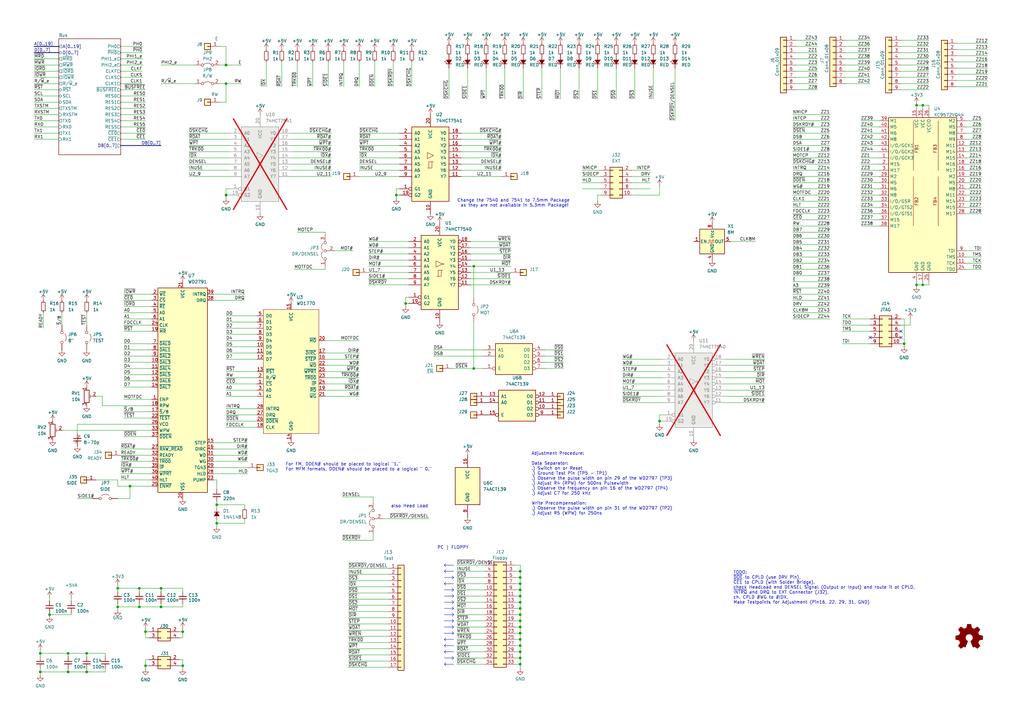
<source format=kicad_sch>
(kicad_sch (version 20231120) (generator "eeschema") (generator_version "8.0")
  (paper "A3")
  (title_block (title "Unicomp v3 - WD177x / WD279x Floppy  Board") (date "2024-10-01") (rev "v1.1") (company "100% Offner") (comment 1 "v1.0: Initial") (comment 2 "v1.1: U1 and U2 7.5mm Pakage added"))
  (junction (at 213.36 259.715))
  (junction (at 59.69 273.05))
  (junction (at 66.04 241.3))
  (junction (at 88.9 214.63))
  (junction (at 16.51 275.59))
  (junction (at 92.71 34.29))
  (junction (at 194.31 151.13))
  (junction (at 213.36 247.015))
  (junction (at 74.93 259.08))
  (junction (at 213.36 236.855))
  (junction (at 213.36 262.255))
  (junction (at 213.36 269.875))
  (junction (at 213.36 267.335))
  (junction (at 270.51 172.72))
  (junction (at 213.36 234.315))
  (junction (at 92.71 26.67))
  (junction (at 213.36 254.635))
  (junction (at 375.92 43.18))
  (junction (at 162.56 80.01))
  (junction (at 378.46 116.84))
  (junction (at 213.36 244.475))
  (junction (at 194.31 109.22))
  (junction (at 375.92 116.84))
  (junction (at 213.36 241.935))
  (junction (at 88.9 207.01))
  (junction (at 213.36 264.795))
  (junction (at 35.56 267.97))
  (junction (at 27.94 275.59))
  (junction (at 48.26 241.3))
  (junction (at 59.69 259.08))
  (junction (at 16.51 267.97))
  (junction (at 378.46 43.18))
  (junction (at 53.34 199.39))
  (junction (at 166.37 124.46))
  (junction (at 66.04 248.92))
  (junction (at 213.36 249.555))
  (junction (at 27.94 267.97))
  (junction (at 74.93 273.05))
  (junction (at 92.71 80.01))
  (junction (at 213.36 252.095))
  (junction (at 20.32 252.095))
  (junction (at 57.15 248.92))
  (junction (at 213.36 239.395))
  (junction (at 57.15 241.3))
  (junction (at 213.36 257.175))
  (junction (at 370.84 140.97))
  (junction (at 213.36 272.415))
  (junction (at 48.26 248.92))
  (junction (at 35.56 275.59))
  (no_connect (at 369.57 138.43))
  (no_connect (at 369.57 135.89))
  (no_connect (at 356.87 138.43))
  (wire (pts (xy 88.9 214.63) (xy 88.9 213.36)))
  (wire (pts (xy 402.59 107.95) (xy 396.24 107.95)))
  (wire (pts (xy 213.36 264.795) (xy 213.36 267.335)))
  (polyline (pts (xy 182.245 234.315) (xy 182.88 233.68)))
  (wire (pts (xy 100.33 214.63) (xy 88.9 214.63)))
  (wire (pts (xy 159.385 248.285) (xy 142.875 248.285)))
  (wire (pts (xy 325.12 46.99) (xy 340.36 46.99)))
  (wire (pts (xy 43.18 275.59) (xy 35.56 275.59)))
  (wire (pts (xy 153.035 219.075) (xy 153.035 221.615)))
  (wire (pts (xy 49.53 196.85) (xy 62.23 196.85)))
  (polyline (pts (xy 186.055 254.635) (xy 182.245 254.635)))
  (wire (pts (xy 13.97 39.37) (xy 24.13 39.37)))
  (polyline (pts (xy 182.245 262.255) (xy 182.88 262.89)))
  (wire (pts (xy 100.33 213.36) (xy 100.33 214.63)))
  (wire (pts (xy 231.14 148.59) (xy 223.52 148.59)))
  (wire (pts (xy 50.8 151.13) (xy 62.23 151.13)))
  (polyline (pts (xy 186.055 252.095) (xy 185.42 252.73)))
  (wire (pts (xy 156.845 212.725) (xy 175.895 212.725)))
  (wire (pts (xy 346.71 31.75) (xy 356.87 31.75)))
  (wire (pts (xy 13.97 31.75) (xy 24.13 31.75)))
  (wire (pts (xy 259.08 74.93) (xy 266.7 74.93)))
  (wire (pts (xy 231.14 146.05) (xy 223.52 146.05)))
  (wire (pts (xy 213.36 239.395) (xy 213.36 241.935)))
  (wire (pts (xy 255.27 152.4) (xy 271.78 152.4)))
  (polyline (pts (xy 182.245 272.415) (xy 186.055 272.415)))
  (wire (pts (xy 74.93 259.08) (xy 74.93 261.62)))
  (wire (pts (xy 159.385 238.125) (xy 142.875 238.125)))
  (wire (pts (xy 59.69 259.08) (xy 60.96 259.08)))
  (polyline (pts (xy 186.055 244.475) (xy 185.42 245.11)))
  (wire (pts (xy 325.12 120.65) (xy 340.36 120.65)))
  (wire (pts (xy 325.12 59.69) (xy 340.36 59.69)))
  (wire (pts (xy 369.57 133.35) (xy 373.38 133.35)))
  (wire (pts (xy 88.9 205.74) (xy 88.9 207.01)))
  (wire (pts (xy 396.24 67.31) (xy 402.59 67.31)))
  (wire (pts (xy 353.06 69.85) (xy 360.68 69.85)))
  (wire (pts (xy 147.32 59.69) (xy 163.83 59.69)))
  (polyline (pts (xy 186.055 241.935) (xy 185.42 242.57)))
  (wire (pts (xy 50.8 163.83) (xy 62.23 163.83)))
  (wire (pts (xy 245.11 27.94) (xy 245.11 40.64)))
  (wire (pts (xy 13.97 41.91) (xy 24.13 41.91)))
  (wire (pts (xy 193.04 111.76) (xy 209.55 111.76)))
  (wire (pts (xy 41.91 166.37) (xy 41.91 162.56)))
  (wire (pts (xy 297.18 147.32) (xy 313.69 147.32)))
  (wire (pts (xy 259.08 80.01) (xy 270.51 80.01)))
  (wire (pts (xy 325.12 100.33) (xy 340.36 100.33)))
  (wire (pts (xy 369.57 19.05) (xy 381 19.05)))
  (wire (pts (xy 92.71 142.24) (xy 105.41 142.24)))
  (wire (pts (xy 211.455 272.415) (xy 213.36 272.415)))
  (wire (pts (xy 189.23 72.39) (xy 205.74 72.39)))
  (wire (pts (xy 396.24 87.63) (xy 402.59 87.63)))
  (wire (pts (xy 184.15 27.94) (xy 184.15 40.64)))
  (wire (pts (xy 353.06 92.71) (xy 360.68 92.71)))
  (wire (pts (xy 325.12 92.71) (xy 340.36 92.71)))
  (wire (pts (xy 326.39 19.05) (xy 335.28 19.05)))
  (wire (pts (xy 162.56 80.01) (xy 162.56 81.28)))
  (wire (pts (xy 193.04 101.6) (xy 209.55 101.6)))
  (wire (pts (xy 396.24 59.69) (xy 402.59 59.69)))
  (wire (pts (xy 49.53 34.29) (xy 58.42 34.29)))
  (wire (pts (xy 346.71 16.51) (xy 356.87 16.51)))
  (wire (pts (xy 396.24 77.47) (xy 402.59 77.47)))
  (wire (pts (xy 147.32 67.31) (xy 163.83 67.31)))
  (wire (pts (xy 211.455 264.795) (xy 213.36 264.795)))
  (wire (pts (xy 134.62 25.4) (xy 134.62 35.56)))
  (wire (pts (xy 147.32 25.4) (xy 147.32 35.56)))
  (wire (pts (xy 147.32 54.61) (xy 163.83 54.61)))
  (wire (pts (xy 369.57 21.59) (xy 381 21.59)))
  (wire (pts (xy 87.63 189.23) (xy 101.6 189.23)))
  (wire (pts (xy 375.92 116.84) (xy 375.92 117.475)))
  (wire (pts (xy 325.12 130.81) (xy 340.36 130.81)))
  (wire (pts (xy 189.23 62.23) (xy 205.74 62.23)))
  (wire (pts (xy 57.15 241.3) (xy 48.26 241.3)))
  (polyline (pts (xy 182.245 262.255) (xy 186.055 262.255)))
  (wire (pts (xy 325.12 128.27) (xy 340.36 128.27)))
  (wire (pts (xy 50.8 179.07) (xy 62.23 179.07)))
  (wire (pts (xy 20.32 252.73) (xy 20.32 252.095)))
  (wire (pts (xy 297.18 160.02) (xy 313.69 160.02)))
  (wire (pts (xy 325.12 49.53) (xy 340.36 49.53)))
  (wire (pts (xy 198.755 239.395) (xy 187.325 239.395)))
  (wire (pts (xy 167.64 121.92) (xy 166.37 121.92)))
  (wire (pts (xy 297.18 165.1) (xy 313.69 165.1)))
  (wire (pts (xy 199.39 27.94) (xy 199.39 40.64)))
  (wire (pts (xy 237.49 27.94) (xy 237.49 40.64)))
  (wire (pts (xy 297.18 157.48) (xy 313.69 157.48)))
  (wire (pts (xy 369.57 26.67) (xy 381 26.67)))
  (polyline (pts (xy 182.245 262.255) (xy 182.88 261.62)))
  (wire (pts (xy 20.32 252.095) (xy 29.21 252.095)))
  (wire (pts (xy 214.63 27.94) (xy 214.63 40.64)))
  (wire (pts (xy 194.31 121.92) (xy 194.31 109.22)))
  (wire (pts (xy 396.24 82.55) (xy 402.59 82.55)))
  (wire (pts (xy 346.71 26.67) (xy 356.87 26.67)))
  (wire (pts (xy 41.91 162.56) (xy 39.37 162.56)))
  (wire (pts (xy 119.38 64.77) (xy 135.89 64.77)))
  (wire (pts (xy 255.27 165.1) (xy 271.78 165.1)))
  (wire (pts (xy 260.35 27.94) (xy 260.35 40.64)))
  (wire (pts (xy 194.31 151.13) (xy 194.31 132.08)))
  (wire (pts (xy 392.43 27.94) (xy 405.13 27.94)))
  (wire (pts (xy 66.04 247.65) (xy 66.04 248.92)))
  (wire (pts (xy 53.34 199.39) (xy 62.23 199.39)))
  (wire (pts (xy 325.12 113.03) (xy 340.36 113.03)))
  (wire (pts (xy 50.8 171.45) (xy 62.23 171.45)))
  (wire (pts (xy 121.92 25.4) (xy 121.92 35.56)))
  (wire (pts (xy 74.93 261.62) (xy 73.66 261.62)))
  (wire (pts (xy 92.71 41.91) (xy 92.71 34.29)))
  (wire (pts (xy 177.8 143.51) (xy 198.12 143.51)))
  (wire (pts (xy 92.71 129.54) (xy 105.41 129.54)))
  (wire (pts (xy 163.83 77.47) (xy 162.56 77.47)))
  (wire (pts (xy 297.18 152.4) (xy 313.69 152.4)))
  (wire (pts (xy 270.51 170.18) (xy 270.51 172.72)))
  (wire (pts (xy 326.39 16.51) (xy 335.28 16.51)))
  (wire (pts (xy 326.39 24.13) (xy 335.28 24.13)))
  (wire (pts (xy 159.385 255.905) (xy 142.875 255.905)))
  (wire (pts (xy 255.27 160.02) (xy 271.78 160.02)))
  (wire (pts (xy 35.56 128.27) (xy 35.56 133.35)))
  (wire (pts (xy 392.43 22.86) (xy 405.13 22.86)))
  (wire (pts (xy 159.385 250.825) (xy 142.875 250.825)))
  (polyline (pts (xy 186.055 247.015) (xy 185.42 246.38)))
  (wire (pts (xy 198.755 244.475) (xy 187.325 244.475)))
  (wire (pts (xy 325.12 77.47) (xy 340.36 77.47)))
  (wire (pts (xy 345.44 133.35) (xy 356.87 133.35)))
  (wire (pts (xy 59.69 273.05) (xy 59.69 274.32)))
  (wire (pts (xy 213.36 267.335) (xy 213.36 269.875)))
  (polyline (pts (xy 186.055 247.015) (xy 182.245 247.015)))
  (wire (pts (xy 49.53 46.99) (xy 59.69 46.99)))
  (wire (pts (xy 92.71 152.4) (xy 105.41 152.4)))
  (wire (pts (xy 259.08 69.85) (xy 266.7 69.85)))
  (wire (pts (xy 49.53 189.23) (xy 62.23 189.23)))
  (wire (pts (xy 211.455 249.555) (xy 213.36 249.555)))
  (wire (pts (xy 276.86 27.94) (xy 276.86 49.53)))
  (wire (pts (xy 211.455 236.855) (xy 213.36 236.855)))
  (wire (pts (xy 92.71 139.7) (xy 105.41 139.7)))
  (wire (pts (xy 402.59 110.49) (xy 396.24 110.49)))
  (wire (pts (xy 144.78 102.87) (xy 137.16 102.87)))
  (wire (pts (xy 147.32 69.85) (xy 163.83 69.85)))
  (wire (pts (xy 43.18 274.32) (xy 43.18 275.59)))
  (wire (pts (xy 297.18 162.56) (xy 313.69 162.56)))
  (wire (pts (xy 375.92 116.84) (xy 378.46 116.84)))
  (wire (pts (xy 92.71 144.78) (xy 105.41 144.78)))
  (wire (pts (xy 345.44 135.89) (xy 356.87 135.89)))
  (wire (pts (xy 392.43 30.48) (xy 405.13 30.48)))
  (wire (pts (xy 25.4 128.27) (xy 25.4 133.35)))
  (wire (pts (xy 13.97 46.99) (xy 24.13 46.99)))
  (wire (pts (xy 369.57 24.13) (xy 381 24.13)))
  (wire (pts (xy 185.42 151.13) (xy 194.31 151.13)))
  (wire (pts (xy 326.39 21.59) (xy 335.28 21.59)))
  (wire (pts (xy 151.13 114.3) (xy 167.64 114.3)))
  (wire (pts (xy 381 116.84) (xy 381 115.57)))
  (wire (pts (xy 392.43 35.56) (xy 405.13 35.56)))
  (wire (pts (xy 198.755 231.775) (xy 187.325 231.775)))
  (wire (pts (xy 133.35 152.4) (xy 147.32 152.4)))
  (wire (pts (xy 325.12 102.87) (xy 340.36 102.87)))
  (wire (pts (xy 49.53 54.61) (xy 59.69 54.61)))
  (wire (pts (xy 193.04 109.22) (xy 194.31 109.22)))
  (polyline (pts (xy 182.245 231.775) (xy 186.055 231.775)))
  (polyline (pts (xy 186.055 236.855) (xy 185.42 236.22)))
  (wire (pts (xy 147.32 64.77) (xy 163.83 64.77)))
  (wire (pts (xy 159.385 235.585) (xy 142.875 235.585)))
  (wire (pts (xy 13.97 54.61) (xy 24.13 54.61)))
  (wire (pts (xy 66.04 26.67) (xy 80.01 26.67)))
  (wire (pts (xy 396.24 74.93) (xy 402.59 74.93)))
  (wire (pts (xy 119.38 69.85) (xy 135.89 69.85)))
  (wire (pts (xy 325.12 67.31) (xy 340.36 67.31)))
  (wire (pts (xy 16.51 275.59) (xy 27.94 275.59)))
  (wire (pts (xy 57.15 241.3) (xy 57.15 242.57)))
  (wire (pts (xy 325.12 95.25) (xy 340.36 95.25)))
  (wire (pts (xy 353.06 74.93) (xy 360.68 74.93)))
  (wire (pts (xy 193.04 114.3) (xy 209.55 114.3)))
  (wire (pts (xy 120.65 110.49) (xy 133.35 110.49)))
  (wire (pts (xy 325.12 110.49) (xy 340.36 110.49)))
  (wire (pts (xy 207.01 27.94) (xy 207.01 40.64)))
  (wire (pts (xy 353.06 72.39) (xy 360.68 72.39)))
  (wire (pts (xy 87.63 184.15) (xy 101.6 184.15)))
  (wire (pts (xy 198.755 269.875) (xy 187.325 269.875)))
  (wire (pts (xy 92.71 172.72) (xy 105.41 172.72)))
  (wire (pts (xy 48.26 196.85) (xy 48.26 199.39)))
  (wire (pts (xy 325.12 118.11) (xy 340.36 118.11)))
  (wire (pts (xy 353.06 57.15) (xy 360.68 57.15)))
  (wire (pts (xy 222.25 27.94) (xy 222.25 40.64)))
  (wire (pts (xy 198.12 151.13) (xy 194.31 151.13)))
  (wire (pts (xy 57.15 247.65) (xy 57.15 248.92)))
  (polyline (pts (xy 186.055 257.175) (xy 185.42 257.81)))
  (wire (pts (xy 325.12 72.39) (xy 340.36 72.39)))
  (wire (pts (xy 50.8 130.81) (xy 62.23 130.81)))
  (wire (pts (xy 325.12 74.93) (xy 340.36 74.93)))
  (wire (pts (xy 151.13 99.06) (xy 167.64 99.06)))
  (wire (pts (xy 211.455 231.775) (xy 213.36 231.775)))
  (wire (pts (xy 325.12 85.09) (xy 340.36 85.09)))
  (polyline (pts (xy 186.055 254.635) (xy 185.42 254)))
  (polyline (pts (xy 182.245 234.315) (xy 186.055 234.315)))
  (wire (pts (xy 49.53 26.67) (xy 58.42 26.67)))
  (wire (pts (xy 59.69 261.62) (xy 60.96 261.62)))
  (wire (pts (xy 49.53 39.37) (xy 59.69 39.37)))
  (wire (pts (xy 325.12 125.73) (xy 340.36 125.73)))
  (wire (pts (xy 50.8 153.67) (xy 62.23 153.67)))
  (polyline (pts (xy 182.245 267.335) (xy 182.88 266.7)))
  (wire (pts (xy 66.04 241.3) (xy 57.15 241.3)))
  (wire (pts (xy 77.47 54.61) (xy 93.98 54.61)))
  (wire (pts (xy 159.385 243.205) (xy 142.875 243.205)))
  (wire (pts (xy 213.36 249.555) (xy 213.36 252.095)))
  (wire (pts (xy 74.93 270.51) (xy 74.93 273.05)))
  (wire (pts (xy 326.39 31.75) (xy 335.28 31.75)))
  (wire (pts (xy 353.06 90.17) (xy 360.68 90.17)))
  (wire (pts (xy 100.33 120.65) (xy 87.63 120.65)))
  (polyline (pts (xy 186.055 252.095) (xy 182.245 252.095)))
  (wire (pts (xy 325.12 69.85) (xy 340.36 69.85)))
  (wire (pts (xy 345.44 130.81) (xy 356.87 130.81)))
  (wire (pts (xy 213.36 259.715) (xy 213.36 262.255)))
  (wire (pts (xy 25.4 176.53) (xy 62.23 176.53)))
  (wire (pts (xy 252.73 27.94) (xy 252.73 40.64)))
  (wire (pts (xy 213.36 272.415) (xy 213.36 274.32)))
  (wire (pts (xy 35.56 274.32) (xy 35.56 275.59)))
  (polyline (pts (xy 186.055 249.555) (xy 185.42 248.92)))
  (wire (pts (xy 159.385 245.745) (xy 142.875 245.745)))
  (wire (pts (xy 153.035 206.375) (xy 153.035 203.835)))
  (wire (pts (xy 74.93 241.3) (xy 66.04 241.3)))
  (wire (pts (xy 189.23 69.85) (xy 205.74 69.85)))
  (wire (pts (xy 92.71 170.18) (xy 105.41 170.18)))
  (polyline (pts (xy 186.055 249.555) (xy 185.42 250.19)))
  (wire (pts (xy 396.24 52.07) (xy 402.59 52.07)))
  (wire (pts (xy 119.38 54.61) (xy 135.89 54.61)))
  (wire (pts (xy 378.46 116.84) (xy 378.46 115.57)))
  (wire (pts (xy 50.8 158.75) (xy 62.23 158.75)))
  (bus (pts (xy 49.53 59.69) (xy 66.04 59.69)))
  (wire (pts (xy 147.32 72.39) (xy 163.83 72.39)))
  (wire (pts (xy 213.36 252.095) (xy 213.36 254.635)))
  (wire (pts (xy 50.8 146.05) (xy 62.23 146.05)))
  (wire (pts (xy 325.12 82.55) (xy 340.36 82.55)))
  (wire (pts (xy 159.385 253.365) (xy 142.875 253.365)))
  (wire (pts (xy 159.385 240.665) (xy 142.875 240.665)))
  (wire (pts (xy 325.12 105.41) (xy 340.36 105.41)))
  (wire (pts (xy 211.455 244.475) (xy 213.36 244.475)))
  (wire (pts (xy 345.44 140.97) (xy 356.87 140.97)))
  (wire (pts (xy 87.63 186.69) (xy 101.6 186.69)))
  (wire (pts (xy 353.06 64.77) (xy 360.68 64.77)))
  (wire (pts (xy 189.23 57.15) (xy 205.74 57.15)))
  (wire (pts (xy 159.385 266.065) (xy 142.875 266.065)))
  (wire (pts (xy 59.69 273.05) (xy 60.96 273.05)))
  (polyline (pts (xy 186.055 241.935) (xy 185.42 241.3)))
  (wire (pts (xy 50.8 125.73) (xy 62.23 125.73)))
  (wire (pts (xy 13.97 34.29) (xy 24.13 34.29)))
  (wire (pts (xy 119.38 72.39) (xy 135.89 72.39)))
  (wire (pts (xy 92.71 19.05) (xy 92.71 26.67)))
  (wire (pts (xy 87.63 181.61) (xy 101.6 181.61)))
  (wire (pts (xy 211.455 257.175) (xy 213.36 257.175)))
  (wire (pts (xy 369.57 36.83) (xy 381 36.83)))
  (wire (pts (xy 50.8 148.59) (xy 62.23 148.59)))
  (wire (pts (xy 369.57 140.97) (xy 370.84 140.97)))
  (wire (pts (xy 77.47 62.23) (xy 93.98 62.23)))
  (wire (pts (xy 49.53 31.75) (xy 58.42 31.75)))
  (wire (pts (xy 133.35 110.49) (xy 133.35 109.22)))
  (wire (pts (xy 353.06 87.63) (xy 360.68 87.63)))
  (wire (pts (xy 49.53 41.91) (xy 59.69 41.91)))
  (polyline (pts (xy 182.245 267.335) (xy 186.055 267.335)))
  (wire (pts (xy 48.26 248.92) (xy 57.15 248.92)))
  (wire (pts (xy 90.17 41.91) (xy 92.71 41.91)))
  (wire (pts (xy 133.35 96.52) (xy 133.35 95.25)))
  (bus (pts (xy 24.13 19.05) (xy 13.97 19.05)))
  (wire (pts (xy 159.385 258.445) (xy 142.875 258.445)))
  (wire (pts (xy 35.56 267.97) (xy 43.18 267.97)))
  (wire (pts (xy 211.455 241.935) (xy 213.36 241.935)))
  (wire (pts (xy 369.57 130.81) (xy 370.84 130.81)))
  (wire (pts (xy 211.455 239.395) (xy 213.36 239.395)))
  (wire (pts (xy 189.23 54.61) (xy 205.74 54.61)))
  (wire (pts (xy 369.57 29.21) (xy 381 29.21)))
  (wire (pts (xy 16.51 267.97) (xy 16.51 269.24)))
  (wire (pts (xy 325.12 115.57) (xy 340.36 115.57)))
  (wire (pts (xy 151.13 116.84) (xy 167.64 116.84)))
  (polyline (pts (xy 186.055 259.715) (xy 185.42 260.35)))
  (wire (pts (xy 198.755 264.795) (xy 187.325 264.795)))
  (wire (pts (xy 13.97 57.15) (xy 24.13 57.15)))
  (polyline (pts (xy 186.055 254.635) (xy 185.42 255.27)))
  (wire (pts (xy 375.92 43.18) (xy 378.46 43.18)))
  (wire (pts (xy 100.33 123.19) (xy 87.63 123.19)))
  (wire (pts (xy 43.18 267.97) (xy 43.18 269.24)))
  (wire (pts (xy 271.78 170.18) (xy 270.51 170.18)))
  (wire (pts (xy 49.53 186.69) (xy 62.23 186.69)))
  (polyline (pts (xy 182.245 264.795) (xy 182.88 264.16)))
  (wire (pts (xy 326.39 29.21) (xy 335.28 29.21)))
  (wire (pts (xy 211.455 252.095) (xy 213.36 252.095)))
  (wire (pts (xy 194.31 109.22) (xy 209.55 109.22)))
  (wire (pts (xy 50.8 156.21) (xy 62.23 156.21)))
  (wire (pts (xy 50.8 128.27) (xy 62.23 128.27)))
  (wire (pts (xy 49.53 57.15) (xy 59.69 57.15)))
  (wire (pts (xy 231.14 151.13) (xy 223.52 151.13)))
  (wire (pts (xy 90.17 19.05) (xy 92.71 19.05)))
  (wire (pts (xy 381 43.18) (xy 381 44.45)))
  (wire (pts (xy 193.04 106.68) (xy 209.55 106.68)))
  (wire (pts (xy 373.38 130.81) (xy 373.38 133.35)))
  (wire (pts (xy 66.04 248.92) (xy 74.93 248.92)))
  (wire (pts (xy 213.36 269.875) (xy 213.36 272.415)))
  (wire (pts (xy 17.78 128.27) (xy 17.78 134.62)))
  (wire (pts (xy 213.36 241.935) (xy 213.36 244.475)))
  (wire (pts (xy 92.71 26.67) (xy 90.17 26.67)))
  (wire (pts (xy 211.455 254.635) (xy 213.36 254.635)))
  (wire (pts (xy 191.77 27.94) (xy 191.77 40.64)))
  (wire (pts (xy 159.385 263.525) (xy 142.875 263.525)))
  (wire (pts (xy 27.94 267.97) (xy 35.56 267.97)))
  (wire (pts (xy 325.12 64.77) (xy 340.36 64.77)))
  (wire (pts (xy 353.06 49.53) (xy 360.68 49.53)))
  (wire (pts (xy 255.27 154.94) (xy 271.78 154.94)))
  (wire (pts (xy 229.87 27.94) (xy 229.87 40.64)))
  (wire (pts (xy 49.53 24.13) (xy 58.42 24.13)))
  (wire (pts (xy 211.455 259.715) (xy 213.36 259.715)))
  (wire (pts (xy 35.56 275.59) (xy 27.94 275.59)))
  (wire (pts (xy 27.94 274.32) (xy 27.94 275.59)))
  (polyline (pts (xy 182.245 267.335) (xy 182.88 267.97)))
  (polyline (pts (xy 186.055 259.715) (xy 185.42 259.08)))
  (wire (pts (xy 213.36 234.315) (xy 213.36 236.855)))
  (wire (pts (xy 16.51 276.86) (xy 16.51 275.59)))
  (wire (pts (xy 100.33 207.01) (xy 88.9 207.01)))
  (wire (pts (xy 74.93 270.51) (xy 73.66 270.51)))
  (wire (pts (xy 211.455 262.255) (xy 213.36 262.255)))
  (wire (pts (xy 49.53 49.53) (xy 59.69 49.53)))
  (wire (pts (xy 16.51 275.59) (xy 16.51 274.32)))
  (wire (pts (xy 49.53 184.15) (xy 62.23 184.15)))
  (wire (pts (xy 92.71 134.62) (xy 105.41 134.62)))
  (wire (pts (xy 255.27 162.56) (xy 271.78 162.56)))
  (wire (pts (xy 13.97 36.83) (xy 24.13 36.83)))
  (wire (pts (xy 13.97 52.07) (xy 24.13 52.07)))
  (wire (pts (xy 378.46 43.18) (xy 381 43.18)))
  (wire (pts (xy 74.93 242.57) (xy 74.93 241.3)))
  (wire (pts (xy 326.39 34.29) (xy 335.28 34.29)))
  (wire (pts (xy 153.67 25.4) (xy 153.67 35.56)))
  (wire (pts (xy 66.04 241.3) (xy 66.04 242.57)))
  (wire (pts (xy 325.12 97.79) (xy 340.36 97.79)))
  (wire (pts (xy 49.53 52.07) (xy 59.69 52.07)))
  (wire (pts (xy 92.71 80.01) (xy 92.71 81.28)))
  (wire (pts (xy 325.12 57.15) (xy 340.36 57.15)))
  (wire (pts (xy 198.755 236.855) (xy 187.325 236.855)))
  (wire (pts (xy 198.755 254.635) (xy 187.325 254.635)))
  (wire (pts (xy 88.9 207.01) (xy 88.9 208.28)))
  (polyline (pts (xy 186.055 269.875) (xy 185.42 269.24)))
  (wire (pts (xy 74.93 248.92) (xy 74.93 247.65)))
  (wire (pts (xy 151.13 109.22) (xy 167.64 109.22)))
  (wire (pts (xy 92.71 175.26) (xy 105.41 175.26)))
  (wire (pts (xy 177.8 146.05) (xy 198.12 146.05)))
  (wire (pts (xy 161.29 25.4) (xy 161.29 35.56)))
  (wire (pts (xy 147.32 57.15) (xy 163.83 57.15)))
  (wire (pts (xy 396.24 85.09) (xy 402.59 85.09)))
  (wire (pts (xy 48.26 199.39) (xy 53.34 199.39)))
  (wire (pts (xy 31.75 173.99) (xy 62.23 173.99)))
  (wire (pts (xy 255.27 147.32) (xy 271.78 147.32)))
  (wire (pts (xy 162.56 80.01) (xy 163.83 80.01)))
  (wire (pts (xy 27.94 267.97) (xy 27.94 269.24)))
  (polyline (pts (xy 182.245 239.395) (xy 182.88 238.76)))
  (polyline (pts (xy 182.245 272.415) (xy 182.88 271.78)))
  (wire (pts (xy 92.71 167.64) (xy 105.41 167.64)))
  (wire (pts (xy 77.47 69.85) (xy 93.98 69.85)))
  (wire (pts (xy 92.71 162.56) (xy 105.41 162.56)))
  (wire (pts (xy 29.21 251.46) (xy 29.21 252.095)))
  (wire (pts (xy 346.71 19.05) (xy 356.87 19.05)))
  (polyline (pts (xy 182.245 231.775) (xy 182.88 231.14)))
  (polyline (pts (xy 186.055 269.875) (xy 182.245 269.875)))
  (wire (pts (xy 87.63 191.77) (xy 101.6 191.77)))
  (wire (pts (xy 50.8 123.19) (xy 62.23 123.19)))
  (wire (pts (xy 41.91 166.37) (xy 62.23 166.37)))
  (wire (pts (xy 392.43 33.02) (xy 405.13 33.02)))
  (wire (pts (xy 133.35 144.78) (xy 147.32 144.78)))
  (wire (pts (xy 49.53 36.83) (xy 59.69 36.83)))
  (wire (pts (xy 369.57 31.75) (xy 381 31.75)))
  (wire (pts (xy 370.84 140.97) (xy 370.84 142.24)))
  (wire (pts (xy 49.53 191.77) (xy 62.23 191.77)))
  (wire (pts (xy 346.71 24.13) (xy 356.87 24.13)))
  (wire (pts (xy 92.71 132.08) (xy 105.41 132.08)))
  (wire (pts (xy 238.76 74.93) (xy 246.38 74.93)))
  (wire (pts (xy 211.455 234.315) (xy 213.36 234.315)))
  (wire (pts (xy 133.35 157.48) (xy 147.32 157.48)))
  (wire (pts (xy 297.18 154.94) (xy 313.69 154.94)))
  (wire (pts (xy 396.24 57.15) (xy 402.59 57.15)))
  (wire (pts (xy 13.97 29.21) (xy 24.13 29.21)))
  (polyline (pts (xy 182.245 272.415) (xy 182.88 273.05)))
  (wire (pts (xy 92.71 154.94) (xy 105.41 154.94)))
  (wire (pts (xy 92.71 34.29) (xy 90.17 34.29)))
  (wire (pts (xy 325.12 107.95) (xy 340.36 107.95)))
  (wire (pts (xy 370.84 130.81) (xy 370.84 140.97)))
  (wire (pts (xy 255.27 149.86) (xy 271.78 149.86)))
  (wire (pts (xy 133.35 139.7) (xy 147.32 139.7)))
  (wire (pts (xy 133.35 160.02) (xy 147.32 160.02)))
  (wire (pts (xy 92.71 77.47) (xy 92.71 80.01)))
  (polyline (pts (xy 186.055 249.555) (xy 182.245 249.555)))
  (wire (pts (xy 396.24 62.23) (xy 402.59 62.23)))
  (wire (pts (xy 213.36 244.475) (xy 213.36 247.015)))
  (wire (pts (xy 375.92 42.545) (xy 375.92 43.18)))
  (wire (pts (xy 213.36 257.175) (xy 213.36 259.715)))
  (wire (pts (xy 48.26 247.65) (xy 48.26 248.92)))
  (wire (pts (xy 53.34 204.47) (xy 53.34 199.39)))
  (wire (pts (xy 48.26 248.92) (xy 48.26 250.19)))
  (wire (pts (xy 159.385 271.145) (xy 142.875 271.145)))
  (wire (pts (xy 193.04 104.14) (xy 209.55 104.14)))
  (wire (pts (xy 270.51 172.72) (xy 271.78 172.72)))
  (wire (pts (xy 166.37 121.92) (xy 166.37 124.46)))
  (wire (pts (xy 198.755 257.175) (xy 187.325 257.175)))
  (wire (pts (xy 259.08 77.47) (xy 266.7 77.47)))
  (wire (pts (xy 13.97 44.45) (xy 24.13 44.45)))
  (wire (pts (xy 325.12 80.01) (xy 340.36 80.01)))
  (wire (pts (xy 151.13 101.6) (xy 167.64 101.6)))
  (wire (pts (xy 213.36 254.635) (xy 213.36 257.175)))
  (wire (pts (xy 92.71 26.67) (xy 99.06 26.67)))
  (wire (pts (xy 198.755 247.015) (xy 187.325 247.015)))
  (wire (pts (xy 213.36 262.255) (xy 213.36 264.795)))
  (wire (pts (xy 119.38 67.31) (xy 135.89 67.31)))
  (wire (pts (xy 168.91 25.4) (xy 168.91 35.56)))
  (wire (pts (xy 151.13 106.68) (xy 167.64 106.68)))
  (wire (pts (xy 49.53 19.05) (xy 58.42 19.05)))
  (wire (pts (xy 50.8 135.89) (xy 62.23 135.89)))
  (polyline (pts (xy 182.245 239.395) (xy 182.88 240.03)))
  (wire (pts (xy 100.33 208.28) (xy 100.33 207.01)))
  (wire (pts (xy 211.455 247.015) (xy 213.36 247.015)))
  (wire (pts (xy 392.43 20.32) (xy 405.13 20.32)))
  (wire (pts (xy 267.97 27.94) (xy 267.97 40.64)))
  (wire (pts (xy 396.24 80.01) (xy 402.59 80.01)))
  (wire (pts (xy 49.53 21.59) (xy 58.42 21.59)))
  (wire (pts (xy 198.755 272.415) (xy 187.325 272.415)))
  (wire (pts (xy 13.97 24.13) (xy 24.13 24.13)))
  (wire (pts (xy 378.46 116.84) (xy 381 116.84)))
  (wire (pts (xy 255.27 157.48) (xy 271.78 157.48)))
  (wire (pts (xy 115.57 25.4) (xy 115.57 35.56)))
  (wire (pts (xy 353.06 82.55) (xy 360.68 82.55)))
  (wire (pts (xy 13.97 26.67) (xy 24.13 26.67)))
  (polyline (pts (xy 186.055 244.475) (xy 182.245 244.475)))
  (wire (pts (xy 353.06 85.09) (xy 360.68 85.09)))
  (wire (pts (xy 193.04 116.84) (xy 209.55 116.84)))
  (wire (pts (xy 74.93 273.05) (xy 74.93 274.32)))
  (wire (pts (xy 325.12 52.07) (xy 340.36 52.07)))
  (wire (pts (xy 66.04 34.29) (xy 80.01 34.29)))
  (wire (pts (xy 48.26 241.3) (xy 48.26 242.57)))
  (polyline (pts (xy 182.245 239.395) (xy 186.055 239.395)))
  (wire (pts (xy 88.9 215.9) (xy 88.9 214.63)))
  (wire (pts (xy 49.53 44.45) (xy 59.69 44.45)))
  (wire (pts (xy 211.455 269.875) (xy 213.36 269.875)))
  (wire (pts (xy 74.93 257.81) (xy 74.93 259.08)))
  (wire (pts (xy 353.06 62.23) (xy 360.68 62.23)))
  (wire (pts (xy 346.71 29.21) (xy 356.87 29.21)))
  (wire (pts (xy 213.36 231.775) (xy 213.36 234.315)))
  (wire (pts (xy 353.06 80.01) (xy 360.68 80.01)))
  (wire (pts (xy 166.37 124.46) (xy 167.64 124.46)))
  (wire (pts (xy 159.385 260.985) (xy 142.875 260.985)))
  (wire (pts (xy 77.47 72.39) (xy 93.98 72.39)))
  (wire (pts (xy 270.51 76.2) (xy 270.51 80.01)))
  (wire (pts (xy 189.23 64.77) (xy 205.74 64.77)))
  (wire (pts (xy 77.47 67.31) (xy 93.98 67.31)))
  (polyline (pts (xy 186.055 244.475) (xy 185.42 243.84)))
  (wire (pts (xy 213.36 236.855) (xy 213.36 239.395)))
  (wire (pts (xy 77.47 64.77) (xy 93.98 64.77)))
  (wire (pts (xy 57.15 248.92) (xy 66.04 248.92)))
  (wire (pts (xy 402.59 102.87) (xy 396.24 102.87)))
  (wire (pts (xy 193.04 99.06) (xy 209.55 99.06)))
  (polyline (pts (xy 182.245 231.775) (xy 182.88 232.41)))
  (wire (pts (xy 133.35 154.94) (xy 147.32 154.94)))
  (wire (pts (xy 38.1 204.47) (xy 31.75 204.47)))
  (wire (pts (xy 375.92 43.18) (xy 375.92 44.45)))
  (wire (pts (xy 198.755 234.315) (xy 187.325 234.315)))
  (wire (pts (xy 39.37 196.85) (xy 48.26 196.85)))
  (wire (pts (xy 189.23 67.31) (xy 205.74 67.31)))
  (wire (pts (xy 49.53 194.31) (xy 62.23 194.31)))
  (wire (pts (xy 238.76 72.39) (xy 246.38 72.39)))
  (wire (pts (xy 402.59 105.41) (xy 396.24 105.41)))
  (wire (pts (xy 198.755 249.555) (xy 187.325 249.555)))
  (wire (pts (xy 162.56 77.47) (xy 162.56 80.01)))
  (wire (pts (xy 346.71 21.59) (xy 356.87 21.59)))
  (wire (pts (xy 353.06 52.07) (xy 360.68 52.07)))
  (wire (pts (xy 375.92 115.57) (xy 375.92 116.84)))
  (wire (pts (xy 231.14 143.51) (xy 223.52 143.51)))
  (wire (pts (xy 325.12 123.19) (xy 340.36 123.19)))
  (wire (pts (xy 49.53 29.21) (xy 58.42 29.21)))
  (wire (pts (xy 92.71 80.01) (xy 93.98 80.01)))
  (wire (pts (xy 396.24 49.53) (xy 402.59 49.53)))
  (wire (pts (xy 35.56 267.97) (xy 35.56 269.24)))
  (wire (pts (xy 346.71 34.29) (xy 356.87 34.29)))
  (wire (pts (xy 369.57 16.51) (xy 381 16.51)))
  (wire (pts (xy 87.63 196.85) (xy 88.9 196.85)))
  (wire (pts (xy 20.32 245.11) (xy 20.32 246.38)))
  (wire (pts (xy 133.35 149.86) (xy 147.32 149.86)))
  (wire (pts (xy 16.51 267.97) (xy 27.94 267.97)))
  (wire (pts (xy 369.57 34.29) (xy 381 34.29)))
  (wire (pts (xy 133.35 147.32) (xy 147.32 147.32)))
  (wire (pts (xy 396.24 69.85) (xy 402.59 69.85)))
  (wire (pts (xy 151.13 104.14) (xy 167.64 104.14)))
  (wire (pts (xy 74.93 273.05) (xy 73.66 273.05)))
  (polyline (pts (xy 182.245 264.795) (xy 186.055 264.795)))
  (wire (pts (xy 48.26 240.03) (xy 48.26 241.3)))
  (wire (pts (xy 238.76 77.47) (xy 246.38 77.47)))
  (wire (pts (xy 392.43 17.78) (xy 405.13 17.78)))
  (wire (pts (xy 13.97 49.53) (xy 24.13 49.53)))
  (wire (pts (xy 325.12 87.63) (xy 340.36 87.63)))
  (wire (pts (xy 119.38 62.23) (xy 135.89 62.23)))
  (wire (pts (xy 92.71 160.02) (xy 105.41 160.02)))
  (wire (pts (xy 50.8 143.51) (xy 62.23 143.51)))
  (wire (pts (xy 189.23 59.69) (xy 205.74 59.69)))
  (polyline (pts (xy 186.055 257.175) (xy 182.245 257.175)))
  (bus (pts (xy 24.13 21.59) (xy 13.97 21.59)))
  (wire (pts (xy 396.24 72.39) (xy 402.59 72.39)))
  (wire (pts (xy 59.69 257.81) (xy 59.69 259.08)))
  (wire (pts (xy 245.11 80.01) (xy 246.38 80.01)))
  (wire (pts (xy 353.06 77.47) (xy 360.68 77.47)))
  (wire (pts (xy 133.35 162.56) (xy 147.32 162.56)))
  (wire (pts (xy 77.47 59.69) (xy 93.98 59.69)))
  (wire (pts (xy 353.06 67.31) (xy 360.68 67.31)))
  (wire (pts (xy 297.18 149.86) (xy 313.69 149.86)))
  (wire (pts (xy 50.8 140.97) (xy 62.23 140.97)))
  (polyline (pts (xy 186.055 257.175) (xy 185.42 256.54)))
  (polyline (pts (xy 186.055 236.855) (xy 182.245 236.855)))
  (wire (pts (xy 325.12 90.17) (xy 340.36 90.17)))
  (wire (pts (xy 325.12 54.61) (xy 340.36 54.61)))
  (wire (pts (xy 151.13 111.76) (xy 167.64 111.76)))
  (wire (pts (xy 119.38 57.15) (xy 135.89 57.15)))
  (wire (pts (xy 326.39 36.83) (xy 335.28 36.83)))
  (wire (pts (xy 353.06 54.61) (xy 360.68 54.61)))
  (wire (pts (xy 198.755 252.095) (xy 187.325 252.095)))
  (polyline (pts (xy 186.055 259.715) (xy 182.245 259.715)))
  (wire (pts (xy 20.32 252.095) (xy 20.32 251.46)))
  (wire (pts (xy 50.8 133.35) (xy 62.23 133.35)))
  (wire (pts (xy 128.27 25.4) (xy 128.27 35.56)))
  (wire (pts (xy 396.24 54.61) (xy 402.59 54.61)))
  (wire (pts (xy 92.71 137.16) (xy 105.41 137.16)))
  (wire (pts (xy 59.69 270.51) (xy 60.96 270.51)))
  (wire (pts (xy 159.385 233.045) (xy 142.875 233.045)))
  (wire (pts (xy 198.755 241.935) (xy 187.325 241.935)))
  (wire (pts (xy 74.93 259.08) (xy 73.66 259.08)))
  (wire (pts (xy 31.75 173.99) (xy 31.75 177.8)))
  (polyline (pts (xy 186.055 252.095) (xy 185.42 251.46)))
  (wire (pts (xy 140.335 203.835) (xy 153.035 203.835)))
  (wire (pts (xy 378.46 43.18) (xy 378.46 44.45)))
  (wire (pts (xy 326.39 26.67) (xy 335.28 26.67)))
  (wire (pts (xy 259.08 72.39) (xy 266.7 72.39)))
  (polyline (pts (xy 186.055 241.935) (xy 182.245 241.935)))
  (wire (pts (xy 166.37 124.46) (xy 166.37 125.73)))
  (wire (pts (xy 16.51 266.7) (xy 16.51 267.97)))
  (wire (pts (xy 87.63 194.31) (xy 101.6 194.31)))
  (wire (pts (xy 93.98 77.47) (xy 92.71 77.47)))
  (wire (pts (xy 392.43 25.4) (xy 405.13 25.4)))
  (polyline (pts (xy 186.055 269.875) (xy 185.42 270.51)))
  (polyline (pts (xy 182.245 264.795) (xy 182.88 265.43)))
  (wire (pts (xy 299.72 99.06) (xy 309.88 99.06)))
  (polyline (pts (xy 186.055 247.015) (xy 185.42 247.65)))
  (wire (pts (xy 59.69 270.51) (xy 59.69 273.05)))
  (wire (pts (xy 29.21 245.11) (xy 29.21 246.38)))
  (wire (pts (xy 198.755 262.255) (xy 187.325 262.255)))
  (wire (pts (xy 50.8 168.91) (xy 62.23 168.91)))
  (wire (pts (xy 211.455 267.335) (xy 213.36 267.335)))
  (wire (pts (xy 59.69 259.08) (xy 59.69 261.62)))
  (wire (pts (xy 92.71 34.29) (xy 99.06 34.29)))
  (wire (pts (xy 121.92 95.25) (xy 133.35 95.25)))
  (wire (pts (xy 245.11 80.01) (xy 245.11 82.55)))
  (wire (pts (xy 270.51 172.72) (xy 270.51 173.99)))
  (wire (pts (xy 109.22 25.4) (xy 109.22 35.56)))
  (wire (pts (xy 88.9 196.85) (xy 88.9 200.66)))
  (wire (pts (xy 213.36 247.015) (xy 213.36 249.555)))
  (wire (pts (xy 396.24 64.77) (xy 402.59 64.77)))
  (wire (pts (xy 159.385 273.685) (xy 142.875 273.685)))
  (polyline (pts (xy 182.245 234.315) (xy 182.88 234.95)))
  (wire (pts (xy 92.71 157.48) (xy 105.41 157.48)))
  (wire (pts (xy 353.06 59.69) (xy 360.68 59.69)))
  (wire (pts (xy 92.71 147.32) (xy 105.41 147.32)))
  (wire (pts (xy 119.38 59.69) (xy 135.89 59.69)))
  (wire (pts (xy 48.26 204.47) (xy 53.34 204.47)))
  (wire (pts (xy 140.335 221.615) (xy 153.035 221.615)))
  (wire (pts (xy 198.755 259.715) (xy 187.325 259.715)))
  (wire (pts (xy 198.755 267.335) (xy 187.325 267.335)))
  (polyline (pts (xy 186.055 236.855) (xy 185.42 237.49)))
  (wire (pts (xy 238.76 69.85) (xy 246.38 69.85)))
  (wire (pts (xy 50.8 120.65) (xy 62.23 120.65)))
  (wire (pts (xy 147.32 62.23) (xy 163.83 62.23)))
  (wire (pts (xy 140.97 25.4) (xy 140.97 35.56)))
  (wire (pts (xy 159.385 268.605) (xy 142.875 268.605)))
  (wire (pts (xy 77.47 57.15) (xy 93.98 57.15)))
  (wire (pts (xy 325.12 62.23) (xy 340.36 62.23)))
  (text "Adjustment Procedure:\n\nData Separator:\n.) Switch on or Reset\n.) Ground Test Pin (TP5 - TP1)\n.) Observe the pulse width on pin 29 of the WD2797 (TP3)\n.) Adjust R4 (RPW) for 500ns Pulsewidth\n.) Observe the frequency on pin 16 of the WD2797 (TP4)\n.) Adjust C7 for 250 kHz\n\nWrite Precompensation:\n.) Observe the pulse width on pin 31 of the WD2797 (TP2)\n.) Adjust R5 (WPW) for 250ns\n" (at 217.932 198.374 0) (effects (font (size 1.27 1.27)) (justify left)))
  (text "also Head Load" (at 168.021 207.645 0) (effects (font (size 1.27 1.27))))
  (text "TODO:\n~{DOE} to CPLD (use DRV Pin),\n~{CE1} to CPLD (with Solder Bridge),\ncheck HeadLoad end DENSEL Signal (Output or Input) and route it ot CPLD,\n~{INTRQ} and DRQ to EXT Connector (J32),\nch. CPLD #WG to #IDX,\nMake Testpoints for Adjustment (Pin16, 22, 29, 31, GND)\n\n" (at 300.736 242.062 0) (effects (font (size 1.27 1.27)) (justify left)))
  (text "Change the 7540 and 7541 to 7.5mm Package \nas they are not available in 5.3mm Package!" (at 211.074 83.312 0) (effects (font (size 1.27 1.27))))
  (text "For FM, DDEN# should be placed to logical \"1.\" \nFor MFM formats, DDEN# should be placed to a logical \" 0.\" " (at 117.094 191.516 0) (effects (font (size 1.27 1.27)) (justify left)))
  (text "PC | FLOPPY" (at 185.801 224.663 0) (effects (font (size 1.27 1.27))))
  (label "ZZ29" (at 340.36 95.25 180))
  (label "~{DS1}" (at 231.14 146.05 180))
  (label "~{RDAT}#" (at 49.53 184.15 0))
  (label "~{DS0}" (at 187.325 241.935 0))
  (label "~{DSKCHG}" (at 168.91 35.56 90))
  (label "~{IOWR}" (at 13.97 31.75 0))
  (label "ZZ31" (at 381 21.59 180))
  (label "DB[0..7]" (at 66.04 59.69 180))
  (label "ZZ7" (at 402.59 54.61 180))
  (label "~{IDX}#" (at 49.53 191.77 0))
  (label "SDA" (at 13.97 41.91 0))
  (label "~{IORD}" (at 50.8 125.73 0))
  (label "ZZ6" (at 335.28 31.75 180))
  (label "ZZ34" (at 340.36 107.95 180))
  (label "WG#" (at 325.12 77.47 0))
  (label "ZZ36" (at 353.06 87.63 0))
  (label "RES3" (at 59.69 46.99 180))
  (label "~{WPT}#" (at 135.89 59.69 180))
  (label "ZZ39" (at 356.87 26.67 180))
  (label "NMICP" (at 325.12 46.99 0))
  (label "ZZ36" (at 356.87 19.05 180))
  (label "MOT#" (at 255.27 157.48 0))
  (label "~{TRK00}" (at 147.32 62.23 0))
  (label "DB2" (at 325.12 107.95 0))
  (label "~{STEP}" (at 142.875 255.905 0))
  (label "DENSEL" (at 77.47 67.31 0))
  (label "~{SIDE1}" (at 313.69 162.56 180))
  (label "D4" (at 92.71 139.7 0))
  (label "~{DS2}" (at 142.875 248.285 0))
  (label "~{STEP}" (at 209.55 104.14 180))
  (label "ZZ19" (at 402.59 72.39 180))
  (label "FDCCLK" (at 325.12 87.63 0))
  (label "STEP#" (at 147.32 147.32 180))
  (label "~{MOT}" (at 313.69 157.48 180))
  (label "MOT#" (at 144.78 102.87 180))
  (label "ZZ30" (at 381 24.13 180))
  (label "D2" (at 92.71 134.62 0))
  (label "ZZ21" (at 340.36 82.55 180))
  (label "ZZ13" (at 402.59 62.23 180))
  (label "ZZ43" (at 353.06 59.69 0))
  (label "~{5}{slash}8" (at 50.8 168.91 0))
  (label "WG#" (at 255.27 147.32 0))
  (label "PHI2_e" (at 58.42 26.67 180))
  (label "ZZ20" (at 402.59 74.93 180))
  (label "~{DS0}" (at 231.14 143.51 180))
  (label "~{SIDE1}" (at 134.62 35.56 90))
  (label "SIDECP" (at 238.76 72.39 0))
  (label "ZZ39" (at 340.36 118.11 180))
  (label "HLD" (at 325.12 123.19 0))
  (label "READY" (at 49.53 186.69 0))
  (label "~{WREN}" (at 142.875 260.985 0))
  (label "~{TRK00}#" (at 135.89 62.23 180))
  (label "STEP#" (at 255.27 152.4 0))
  (label "~{WREN}" (at 313.69 147.32 180))
  (label "TX0" (at 13.97 49.53 0))
  (label "DRV" (at 325.12 125.73 0))
  (label "D3" (at 50.8 148.59 0))
  (label "~{MOT}" (at 187.325 249.555 0))
  (label "ZZ43" (at 335.28 16.51 180))
  (label "D6" (at 50.8 156.21 0))
  (label "INUSE#" (at 135.89 69.85 180))
  (label "CLK1" (at 325.12 82.55 0))
  (label "STEP#" (at 151.13 104.14 0))
  (label "~{STEP}" (at 187.325 254.635 0))
  (label "~{DS0}" (at 252.73 40.64 90))
  (label "~{DS2}" (at 231.14 148.59 180))
  (label "ZZ2" (at 340.36 49.53 180))
  (label "DENSEL#" (at 135.89 67.31 180))
  (label "~{DSKCHG}" (at 187.325 272.415 0))
  (label "PH0" (at 58.42 19.05 180))
  (label "~{SIDE1}" (at 209.55 114.3 180))
  (label "~{TRK00}" (at 142.875 263.525 0))
  (label "ZZ28" (at 381 29.21 180))
  (label "~{DS2}" (at 187.325 247.015 0))
  (label "TXSTM" (at 13.97 44.45 0))
  (label "ZZ18" (at 340.36 74.93 180))
  (label "TCK" (at 345.44 130.81 0))
  (label "U2_11" (at 195.58 72.39 0))
  (label "ZZ27" (at 381 31.75 180))
  (label "DRQ" (at 147.32 35.56 90))
  (label "WD#" (at 101.6 186.69 180))
  (label "~{DSKRDY}{slash}DENSEL" (at 175.895 212.725 180))
  (label "CLKS" (at 58.42 31.75 180))
  (label "INTCP" (at 325.12 49.53 0))
  (label "DRQ" (at 325.12 72.39 0))
  (label "MOTCP" (at 121.92 95.25 0))
  (label "READY" (at 17.78 134.62 90))
  (label "~{TRK00}" (at 121.92 35.56 90))
  (label "~{DSKCHG}" (at 147.32 54.61 0))
  (label "~{MOT}" (at 209.55 109.22 180))
  (label "DSB" (at 325.12 57.15 0))
  (label "~{TRK00}#" (at 147.32 154.94 180))
  (label "~{WDAT}" (at 209.55 101.6 180))
  (label "ZZ8" (at 340.36 62.23 180))
  (label "~{WDAT}" (at 187.325 257.175 0))
  (label "~{IOWR}" (at 50.8 120.65 0))
  (label "ZZ12" (at 402.59 59.69 180))
  (label "~{RDAT}" (at 77.47 57.15 0))
  (label "D3" (at 92.71 137.16 0))
  (label "~{DS3}" (at 260.35 40.64 90))
  (label "TDI" (at 402.59 102.87 180))
  (label "ZZ40" (at 353.06 52.07 0))
  (label "TX1" (at 13.97 54.61 0))
  (label "~{WPT}" (at 142.875 266.065 0))
  (label "RX1" (at 13.97 57.15 0))
  (label "DRQ" (at 100.33 123.19 180))
  (label "~{RST}" (at 50.8 135.89 0))
  (label "~{IDX}#" (at 147.32 157.48 180))
  (label "~{WPT}" (at 187.325 264.795 0))
  (label "~{RST}" (at 92.71 152.4 0))
  (label "ZZ16" (at 402.59 69.85 180))
  (label "~{DSKCHG}" (at 184.15 40.64 90))
  (label "WG#" (at 101.6 189.23 180))
  (label "ZZ37" (at 353.06 90.17 0))
  (label "~{DSKRDY}{slash}DENSEL" (at 276.86 49.53 90))
  (label "~{STEP}" (at 222.25 40.64 90))
  (label "FDCCLK" (at 92.71 175.26 0))
  (label "A0" (at 92.71 160.02 0))
  (label "SIDE1#" (at 151.13 114.3 0))
  (label "FDCCLK" (at 50.8 133.35 0))
  (label "~{DSEN}" (at 186.69 151.13 0))
  (label "~{RST}" (at 13.97 36.83 0))
  (label "ZZ27" (at 402.59 85.09 180))
  (label "ZZ41" (at 353.06 54.61 0))
  (label "R{slash}~{W}_e" (at 13.97 34.29 0))
  (label "~{DDEN}" (at 92.71 172.72 0))
  (label "MOTFDC" (at 120.65 110.49 0))
  (label "ZZ32" (at 353.06 80.01 0))
  (label "~{PH0}" (at 58.42 21.59 180))
  (label "~{RDAT}#" (at 205.74 57.15 180))
  (label "~{DS1}" (at 142.875 245.745 0))
  (label "CLKF" (at 58.42 29.21 180))
  (label "DSKRDY#" (at 313.69 165.1 180))
  (label "TDI" (at 345.44 140.97 0))
  (label "ZZ18" (at 402.59 67.31 180))
  (label "~{TRK00}" (at 207.01 40.64 90))
  (label "ZZ3" (at 340.36 52.07 180))
  (label "RW" (at 92.71 154.94 0))
  (label "~{DS2}" (at 237.49 40.64 90))
  (label "SIDE1#" (at 31.75 204.47 0))
  (label "~{DIR}" (at 209.55 106.68 180))
  (label "DB3" (at 325.12 105.41 0))
  (label "ZZ5" (at 340.36 54.61 180))
  (label "~{IDX}" (at 187.325 239.395 0))
  (label "D5" (at 92.71 142.24 0))
  (label "ZZ38" (at 356.87 24.13 180))
  (label "~{DIR}" (at 214.63 40.64 90))
  (label "DB1" (at 325.12 110.49 0))
  (label "ZZ37" (at 340.36 113.03 180))
  (label "DRQ" (at 92.71 170.18 0))
  (label "ZZ40" (at 340.36 120.65 180))
  (label "ZZ38" (at 353.06 92.71 0))
  (label "ZZ12" (at 340.36 64.77 180))
  (label "~{DIR}" (at 187.325 252.095 0))
  (label "D1" (at 50.8 143.51 0))
  (label "ZZ21" (at 405.13 35.56 180))
  (label "ZZ29" (at 353.06 72.39 0))
  (label "~{SIDE1}" (at 142.875 271.145 0))
  (label "U1_13" (at 313.69 160.02 180))
  (label "~{IORD}" (at 13.97 29.21 0))
  (label "ZZ20" (at 405.13 33.02 180))
  (label "~{DDEN}" (at 50.8 179.07 0))
  (label "ZZ34" (at 356.87 16.51 180))
  (label "ZZ20" (at 340.36 80.01 180))
  (label "~{TRK00}" (at 187.325 262.255 0))
  (label "ZZ2" (at 353.06 67.31 0))
  (label "RW" (at 99.06 34.29 180))
  (label "D7" (at 50.8 158.75 0))
  (label "DSA" (at 325.12 59.69 0))
  (label "~{DS3}" (at 231.14 151.13 180))
  (label "DB7" (at 325.12 95.25 0))
  (label "ZZ7" (at 335.28 34.29 180))
  (label "U1_13" (at 207.01 111.76 180))
  (label "INUSE" (at 147.32 69.85 0))
  (label "~{RDAT}#" (at 147.32 160.02 180))
  (label "~{WPT}" (at 128.27 35.56 90))
  (label "~{DSKCHG}" (at 77.47 54.61 0))
  (label "ZZ42" (at 353.06 57.15 0))
  (label "ZZ31" (at 340.36 100.33 180))
  (label "SIDE1#" (at 325.12 62.23 0))
  (label "~{DDEN}" (at 325.12 74.93 0))
  (label "DRV" (at 266.7 72.39 180))
  (label "ZZ44" (at 335.28 19.05 180))
  (label "ZZ33" (at 353.06 82.55 0))
  (label "TCK" (at 402.59 107.95 180))
  (label "~{RDAT}" (at 115.57 35.56 90))
  (label "ZZ34" (at 353.06 85.09 0))
  (label "ZZ18" (at 405.13 27.94 180))
  (label "~{MOT}" (at 229.87 40.64 90))
  (label "~{DSKCHG}#" (at 135.89 54.61 180))
  (label "ZZ28" (at 402.59 87.63 180))
  (label "ZZ44" (at 353.06 62.23 0))
  (label "WD#" (at 151.13 101.6 0))
  (label "~{WREN}" (at 187.325 259.715 0))
  (label "~{DSKCHG}#" (at 325.12 67.31 0))
  (label "DIR#" (at 147.32 144.78 180))
  (label "ZZ42" (at 356.87 34.29 180))
  (label "~{CE0}" (at 50.8 123.19 0))
  (label "~{DSKRDY}" (at 140.335 221.615 0))
  (label "ZZ44" (at 340.36 130.81 180))
  (label "ZZ7" (at 340.36 59.69 180))
  (label "~{DDEN}" (at 153.67 35.56 90))
  (label "~{RDAT}" (at 147.32 57.15 0))
  (label "ZZ41" (at 356.87 31.75 180))
  (label "ZZ13" (at 405.13 20.32 180))
  (label "MOTFDC" (at 50.8 163.83 0))
  (label "~{WPT}" (at 77.47 59.69 0))
  (label "ZZ5" (at 402.59 49.53 180))
  (label "TDO" (at 345.44 133.35 0))
  (label "A1" (at 50.8 130.81 0))
  (label "~{CE0}" (at 59.69 54.61 180))
  (label "U2_9" (at 77.47 72.39 0))
  (label "HLT" (at 266.7 74.93 180))
  (label "~{DS3}" (at 142.875 238.125 0))
  (label "R{slash}~{W}_e" (at 66.04 34.29 0))
  (label "~{DSKCHG}" (at 142.875 273.685 0))
  (label "DSB" (at 177.8 146.05 0))
  (label "SCL" (at 13.97 39.37 0))
  (label "ZZ21" (at 402.59 77.47 180))
  (label "D7" (at 92.71 147.32 0))
  (label "ZZ1" (at 353.06 64.77 0))
  (label "RES0" (at 59.69 39.37 180))
  (label "CLK1" (at 58.42 34.29 180))
  (label "~{CE0}" (at 92.71 157.48 0))
  (label "~{DSEN}" (at 325.12 54.61 0))
  (label "~{DSKCHG}#" (at 205.74 54.61 180))
  (label "ZZ27" (at 340.36 90.17 180))
  (label "ZZ5" (at 335.28 29.21 180))
  (label "~{WPT}#" (at 205.74 59.69 180))
  (label "INTRQ" (at 92.71 167.64 0))
  (label "INTRQ" (at 140.97 35.56 90))
  (label "PHI2_e" (at 66.04 26.67 0))
  (label "ZZ32" (at 381 19.05 180))
  (label "MOTFDC" (at 147.32 139.7 180))
  (label "ZZ1" (at 335.28 21.59 180))
  (label "~{WREN}" (at 209.55 99.06 180))
  (label "WD#" (at 255.27 149.86 0))
  (label "ZZ22" (at 381 36.83 180))
  (label "~{WDAT}" (at 142.875 258.445 0))
  (label "ZZ22" (at 402.59 80.01 180))
  (label "A1" (at 92.71 162.56 0))
  (label "ZZ36" (at 340.36 110.49 180))
  (label "TDO" (at 402.59 110.49 180))
  (label "DENSEL" (at 147.32 67.31 0))
  (label "SIDECP" (at 325.12 130.81 0))
  (label "ZZ23" (at 381 34.29 180))
  (label "D[0..7]" (at 13.97 21.59 0))
  (label "U2_9" (at 153.67 72.39 0))
  (label "U2_11" (at 135.89 72.39 180))
  (label "~{MWR}" (at 13.97 26.67 0))
  (label "DB5" (at 325.12 100.33 0))
  (label "RW" (at 325.12 92.71 0))
  (label "HLT" (at 49.53 196.85 0))
  (label "ZZ12" (at 405.13 17.78 180))
  (label "INUSE" (at 267.97 40.64 90))
  (label "D0" (at 92.71 129.54 0))
  (label "ZZ37" (at 356.87 21.59 180))
  (label "~{TEST}" (at 35.56 133.35 90))
  (label "RXSTM" (at 13.97 46.99 0))
  (label "~{RST}" (at 325.12 120.65 0))
  (label "ZZ2" (at 335.28 24.13 180))
  (label "MOTCP" (at 325.12 64.77 0))
  (label "DB0" (at 325.12 113.03 0))
  (label "~{CE1}" (at 59.69 57.15 180))
  (label "ZZ1" (at 340.36 46.99 180))
  (label "TMS" (at 402.59 105.41 180))
  (label "ZZ8" (at 402.59 57.15 180))
  (label "DSKRDY#" (at 325.12 52.07 0))
  (label "~{DIR}" (at 142.875 253.365 0))
  (label "ZZ23" (at 402.59 82.55 180))
  (label "WD#" (at 147.32 149.86 180))
  (label "ZZ42" (at 340.36 125.73 180))
  (label "D2" (at 50.8 146.05 0))
  (label "SIDE1#" (at 255.27 162.56 0))
  (label "~{WPT}" (at 147.32 59.69 0))
  (label "DENSEL" (at 140.335 203.835 0))
  (label "~{WPT}" (at 199.39 40.64 90))
  (label "U1_7" (at 255.27 160.02 0))
  (label "ZZ16" (at 340.36 72.39 180))
  (label "ZZ30" (at 353.06 74.93 0))
  (label "CLK8M" (at 309.88 99.06 180))
  (label "ZZ30" (at 340.36 97.79 180))
  (label "ZZ14" (at 340.36 69.85 180))
  (label "HLD" (at 101.6 194.31 180))
  (label "MOTFDC" (at 325.12 80.01 0))
  (label "ZZ29" (at 381 26.67 180))
  (label "DB4" (at 325.12 102.87 0))
  (label "DSKRDY#" (at 209.55 116.84 180))
  (label "~{CE0}" (at 325.12 90.17 0))
  (label "ZZ6" (at 340.36 57.15 180))
  (label "INTCP" (at 266.7 69.85 180))
  (label "~{WPT}#" (at 147.32 152.4 180))
  (label "ZZ43" (at 340.36 128.27 180))
  (label "ZZ8" (at 335.28 36.83 180))
  (label "ZZ14" (at 405.13 22.86 180))
  (label "~{DS0}" (at 142.875 243.205 0))
  (label "ZZ33" (at 340.36 105.41 180))
  (label "CLK8M" (at 325.12 128.27 0))
  (label "HLT" (at 325.12 85.09 0))
  (label "D5" (at 50.8 153.67 0))
  (label "ZZ23" (at 340.36 87.63 180))
  (label "ZZ22" (at 340.36 85.09 180))
  (label "DB6" (at 325.12 97.79 0))
  (label "~{TRK00}#" (at 205.74 62.23 180))
  (label "INUSE" (at 142.875 235.585 0))
  (label "STEP#" (at 101.6 181.61 180))
  (label "HLD" (at 238.76 74.93 0))
  (label "~{SIDE1}" (at 191.77 40.64 90))
  (label "ZZ39" (at 353.06 49.53 0))
  (label "~{BUSFREE}" (at 59.69 36.83 180))
  (label "ZZ31" (at 353.06 77.47 0))
  (label "ZZ33" (at 381 16.51 180))
  (label "DIR#" (at 151.13 106.68 0))
  (label "E" (at 99.06 26.67 180))
  (label "U1_7" (at 151.13 111.76 0))
  (label "D4" (at 50.8 151.13 0))
  (label "INUSE" (at 187.325 234.315 0))
  (label "~{DS1}" (at 187.325 244.475 0))
  (label "ZZ3" (at 353.06 69.85 0))
  (label "ZZ16" (at 405.13 25.4 180))
  (label "DIR#" (at 255.27 154.94 0))
  (label "D1" (at 92.71 132.08 0))
  (label "~{MOT}" (at 142.875 250.825 0))
  (label "D6" (at 92.71 144.78 0))
  (label "A[0..19]" (at 13.97 19.05 0))
  (label "~{SIDE1}" (at 187.325 269.875 0))
  (label "~{WPT}#" (at 49.53 194.31 0))
  (label "ZZ14" (at 402.59 64.77 180))
  (label "~{MRD}" (at 13.97 24.13 0))
  (label "WG#" (at 151.13 99.06 0))
  (label "ZZ19" (at 405.13 30.48 180))
  (label "~{DIR}" (at 313.69 154.94 180))
  (label "ZZ38" (at 340.36 115.57 180))
  (label "TMS" (at 345.44 135.89 0))
  (label "D0" (at 50.8 140.97 0))
  (label "ZZ41" (at 340.36 123.19 180))
  (label "~{DSKRDY}" (at 161.29 35.56 90))
  (label "~{IDX}#" (at 135.89 64.77 180))
  (label "~{DSKRDY}" (at 151.13 116.84 0))
  (label "~{RDAT}" (at 142.875 268.605 0))
  (label "~{DSKRDY}" (at 255.27 165.1 0))
  (label "DIR#" (at 101.6 184.15 180))
  (label "NMICP" (at 238.76 69.85 0))
  (label "A3" (at 325.12 118.11 0))
  (label "~{RDAT}#" (at 135.89 57.15 180))
  (label "INTRQ" (at 325.12 69.85 0))
  (label "ZZ6" (at 402.59 52.07 180))
  (label "~{RDAT}" (at 187.325 267.335 0))
  (label "RES5" (at 59.69 52.07 180))
  (label "~{DSKRDY}{slash}DENSEL" (at 142.875 233.045 0))
  (label "WG#" (at 147.32 162.56 180))
  (label "RX0" (at 13.97 52.07 0))
  (label "RES4" (at 59.69 49.53 180))
  (label "ZZ3" (at 335.28 26.67 180))
  (label "RES1" (at 59.69 41.91 180))
  (label "ZZ28" (at 340.36 92.71 180))
  (label "~{STEP}" (at 313.69 152.4 180))
  (label "INUSE#" (at 205.74 69.85 180))
  (label "~{IDX}" (at 77.47 64.77 0))
  (label "ZZ13" (at 340.36 67.31 180))
  (label "E" (at 325.12 115.57 0))
  (label "~{DS1}" (at 245.11 40.64 90))
  (label "~{IDX}#" (at 205.74 64.77 180))
  (label "~{WDAT}" (at 313.69 149.86 180))
  (label "ZZ19" (at 340.36 77.47 180))
  (label "A0" (at 50.8 128.27 0))
  (label "~{TRK00}#" (at 49.53 189.23 0))
  (label "~{IDX}" (at 142.875 240.665 0))
  (label "~{5}{slash}8" (at 25.4 133.35 90))
  (label "~{DS3}" (at 187.325 236.855 0))
  (label "INTRQ" (at 100.33 120.65 180))
  (label "DENSEL#" (at 205.74 67.31 180))
  (label "DSA" (at 177.8 143.51 0))
  (label "RES2" (at 59.69 44.45 180))
  (label "~{TEST}" (at 50.8 171.45 0))
  (label "~{IDX}" (at 147.32 64.77 0))
  (label "MOT#" (at 151.13 109.22 0))
  (label "INUSE" (at 77.47 69.85 0))
  (label "~{DSKRDY}{slash}DENSEL" (at 187.325 231.775 0))
  (label "~{IDX}" (at 109.22 35.56 90))
  (label "PHI1_e" (at 58.42 24.13 180))
  (label "~{TRK00}" (at 77.47 62.23 0))
  (label "ZZ32" (at 340.36 102.87 180))
  (label "ZZ40" (at 356.87 29.21 180))
  (symbol (lib_id "power:GND") (at 162.56 81.28 0) (unit 1)
    (property "Reference" "#PWR019" (effects (hide yes)))
    (property "Value" "GND" (at 162.56 85.7234 0))
  )
  (symbol (lib_id "Connector_Generic:Conn_02x17_Odd_Even") (at 206.375 252.095 0) (mirror y) (unit 1)
    (property "Reference" "J12" (at 205.105 226.3607 0))
    (property "Value" "Floppy" (at 205.105 228.7849 0))
    (property "Footprint" "Connector_PinHeader_2.54mm:PinHeader_2x17_P2.54mm_Horizontal" (effects (hide yes)))
  )
  (symbol (lib_id "power:+5V") (at 222.25 17.78 0) (unit 1)
    (property "Reference" "#PWR068" (effects (hide yes)))
    (property "Value" "+5V" (at 222.25 14.2042 0))
  )
  (symbol (lib_id "Device:R_Small") (at 115.57 22.86 0) (unit 1)
    (property "Reference" "R2" (at 118.11 21.5899 0) (effects (justify left)))
    (property "Value" "1k" (at 118.11 24.1299 0) (effects (justify left)))
    (property "Footprint" "Resistor_SMD:R_1206_3216Metric_Pad1.30x1.75mm_HandSolder" (effects (hide yes)))
    (property "Description" "Resistor, small symbol" (effects (hide yes)))
  )
  (symbol (lib_id "power:+5V") (at 17.78 123.19 0) (unit 1)
    (property "Reference" "#PWR062" (effects (hide yes)))
    (property "Value" "+5V" (at 17.78 119.6142 0))
  )
  (symbol (lib_id "Device:R_Small") (at 229.87 20.32 0) (unit 1)
    (property "Reference" "R23" (at 232.41 19.0499 0) (effects (justify left)))
    (property "Value" "1k" (at 232.41 21.5899 0) (effects (justify left)))
    (property "Footprint" "Resistor_SMD:R_1206_3216Metric_Pad1.30x1.75mm_HandSolder" (effects (hide yes)))
    (property "Description" "Resistor, small symbol" (effects (hide yes)))
  )
  (symbol (lib_id "Device:C_Small") (at 35.56 271.78 0) (unit 1)
    (property "Reference" "C14" (at 37.8841 270.9516 0) (effects (justify left)))
    (property "Value" "100n" (at 37.8841 273.4885 0) (effects (justify left)))
    (property "Footprint" "Capacitor_SMD:C_1206_3216Metric" (effects (hide yes)))
  )
  (symbol (lib_id "Interface:WD2791") (at 74.93 161.29 0) (unit 1)
    (property "Reference" "U7" (at 77.1241 113.03 0) (effects (justify left)))
    (property "Value" "WD2791" (at 77.1241 115.57 0) (effects (justify left)))
    (property "Footprint" "Package_DIP:DIP-40_W15.24mm" (effects (hide yes)))
    (property "Datasheet" "http://pdf.datasheetcatalog.com/datasheets2/12/1229802_1.pdf" (effects (hide yes)))
    (property "Description" "Floppy disk controller, DIP-40" (effects (hide yes)))
  )
  (symbol (lib_id "power:GND") (at 92.71 81.28 0) (unit 1)
    (property "Reference" "#PWR078" (effects (hide yes)))
    (property "Value" "GND" (at 92.71 85.7234 0))
  )
  (symbol (lib_id "Connector_Generic:Conn_01x17") (at 164.465 253.365 0) (unit 1) (in_bom no)
    (property "Reference" "J13" (at 157.353 226.441 0) (effects (justify left)))
    (property "Value" "Test" (at 157.353 228.981 0) (effects (justify left)))
    (property "Footprint" "Connector_PinSocket_2.54mm:PinSocket_1x17_P2.54mm_Vertical" (effects (hide yes)))
    (property "Description" "Generic connector, single row, 01x17, script generated (kicad-library-utils/schlib/autogen/connector/)" (effects (hide yes)))
  )
  (symbol (lib_id "Device:R_Small") (at 207.01 20.32 0) (unit 1)
    (property "Reference" "R20" (at 209.55 19.0499 0) (effects (justify left)))
    (property "Value" "1k" (at 209.55 21.5899 0) (effects (justify left)))
    (property "Footprint" "Resistor_SMD:R_1206_3216Metric_Pad1.30x1.75mm_HandSolder" (effects (hide yes)))
    (property "Description" "Resistor, small symbol" (effects (hide yes)))
  )
  (symbol (lib_id "Device:R_Small") (at 153.67 22.86 0) (unit 1)
    (property "Reference" "R10" (at 156.21 21.5899 0) (effects (justify left)))
    (property "Value" "1k" (at 156.21 24.1299 0) (effects (justify left)))
    (property "Footprint" "Resistor_SMD:R_1206_3216Metric_Pad1.30x1.75mm_HandSolder" (effects (hide yes)))
    (property "Description" "Resistor, small symbol" (effects (hide yes)))
  )
  (symbol (lib_id "power:+5V") (at 207.01 17.78 0) (unit 1)
    (property "Reference" "#PWR066" (effects (hide yes)))
    (property "Value" "+5V" (at 207.01 14.2042 0))
  )
  (symbol (lib_id "power:+5V") (at 35.56 123.19 0) (unit 1)
    (property "Reference" "#PWR058" (effects (hide yes)))
    (property "Value" "+5V" (at 35.56 119.6142 0))
  )
  (symbol (lib_id "power:+5V") (at 267.97 17.78 0) (unit 1)
    (property "Reference" "#PWR074" (effects (hide yes)))
    (property "Value" "+5V" (at 267.97 14.2042 0))
  )
  (symbol (lib_id "Jumper:Jumper_2_Bridged") (at 85.09 34.29 0) (unit 1) (in_bom no)
    (property "Reference" "JP8" (at 85.09 28.575 0))
    (property "Value" "R/W" (at 85.09 31.115 0))
    (property "Footprint" "Jumper:SolderJumper-2_P1.3mm_Bridged_RoundedPad1.0x1.5mm" (effects (hide yes)))
  )
  (symbol (lib_id "power:GND") (at 270.51 173.99 0) (unit 1)
    (property "Reference" "#PWR081" (effects (hide yes)))
    (property "Value" "GND" (at 270.51 178.4334 0))
  )
  (symbol (lib_id "Device:R_Small") (at 245.11 20.32 0) (unit 1)
    (property "Reference" "R25" (at 247.65 19.0499 0) (effects (justify left)))
    (property "Value" "1k" (at 247.65 21.5899 0) (effects (justify left)))
    (property "Footprint" "Resistor_SMD:R_1206_3216Metric_Pad1.30x1.75mm_HandSolder" (effects (hide yes)))
    (property "Description" "Resistor, small symbol" (effects (hide yes)))
  )
  (symbol (lib_id "Device:R_Small") (at 121.92 22.86 0) (unit 1)
    (property "Reference" "R3" (at 124.46 21.5899 0) (effects (justify left)))
    (property "Value" "1k" (at 124.46 24.1299 0) (effects (justify left)))
    (property "Footprint" "Resistor_SMD:R_1206_3216Metric_Pad1.30x1.75mm_HandSolder" (effects (hide yes)))
    (property "Description" "Resistor, small symbol" (effects (hide yes)))
  )
  (symbol (lib_id "Jumper:Jumper_3_Open") (at 153.035 212.725 90) (unit 1) (exclude_from_sim yes) (in_bom no)
    (property "Reference" "JP1" (at 150.495 211.4549 90) (effects (justify left)))
    (property "Value" "DR/DENSEL" (at 150.495 213.9949 90) (effects (justify left)))
    (property "Footprint" "Connector_PinHeader_2.54mm:PinHeader_1x03_P2.54mm_Vertical" (effects (hide yes)))
    (property "Description" "Jumper, 3-pole, both open" (effects (hide yes)))
  )
  (symbol (lib_id "Connector_Generic:Conn_01x01") (at 85.09 19.05 0) (mirror y) (unit 1) (in_bom no)
    (property "Reference" "J8" (at 83.058 18.2153 0) (effects (justify left)))
    (property "Value" "E" (at 89.535 15.875 0) (effects (justify left)))
    (property "Footprint" "Connector_PinHeader_2.00mm:PinHeader_1x01_P2.00mm_Vertical" (effects (hide yes)))
  )
  (symbol (lib_id "Device:LED_Small_Filled") (at 199.39 25.4 90) (unit 1)
    (property "Reference" "D4" (at 201.93 24.0664 90) (effects (justify right)))
    (property "Value" "RED" (at 201.93 26.6064 90) (effects (justify right)))
    (property "Footprint" "LED_SMD:LED_1206_3216Metric_Pad1.42x1.75mm_HandSolder" (effects (hide yes)))
    (property "Description" "Light emitting diode, small symbol, filled shape" (effects (hide yes)))
  )
  (symbol (lib_id "Device:C_Small") (at 43.18 271.78 0) (unit 1)
    (property "Reference" "C15" (at 45.5041 270.9516 0) (effects (justify left)))
    (property "Value" "100n" (at 45.5041 273.4885 0) (effects (justify left)))
    (property "Footprint" "Capacitor_SMD:C_1206_3216Metric" (effects (hide yes)))
  )
  (symbol (lib_id "power:GND") (at 35.56 143.51 0) (unit 1)
    (property "Reference" "#PWR059" (effects (hide yes)))
    (property "Value" "GND" (at 35.56 147.9534 0))
  )
  (symbol (lib_id "power:+3V3") (at 48.26 240.03 0) (unit 1)
    (property "Reference" "#PWR08" (effects (hide yes)))
    (property "Value" "+3V3" (at 48.26 236.4542 0))
    (property "Description" "Power symbol creates a global label with name \"+3V3\"" (effects (hide yes)))
  )
  (symbol (lib_id "Connector_Generic:Conn_01x01") (at 34.29 196.85 0) (mirror y) (unit 1) (in_bom no)
    (property "Reference" "J35" (at 31.75 195.5799 0) (effects (justify left)))
    (property "Value" "SIDE" (at 31.75 198.1199 0) (effects (justify left)))
    (property "Footprint" "Connector_PinHeader_1.27mm:PinHeader_1x01_P1.27mm_Vertical" (effects (hide yes)))
    (property "Description" "Generic connector, single row, 01x01, script generated (kicad-library-utils/schlib/autogen/connector/)" (effects (hide yes)))
  )
  (symbol (lib_id "Device:R_Small") (at 237.49 20.32 0) (unit 1)
    (property "Reference" "R24" (at 240.03 19.0499 0) (effects (justify left)))
    (property "Value" "1k" (at 240.03 21.5899 0) (effects (justify left)))
    (property "Footprint" "Resistor_SMD:R_1206_3216Metric_Pad1.30x1.75mm_HandSolder" (effects (hide yes)))
    (property "Description" "Resistor, small symbol" (effects (hide yes)))
  )
  (symbol (lib_id "Device:C_Small") (at 29.21 248.92 0) (unit 1)
    (property "Reference" "C2" (at 31.5341 248.0916 0) (effects (justify left)))
    (property "Value" "100n" (at 31.5341 250.6285 0) (effects (justify left)))
    (property "Footprint" "Capacitor_SMD:C_1206_3216Metric" (effects (hide yes)))
    (property "Description" "Unpolarized capacitor, small symbol" (effects (hide yes)))
  )
  (symbol (lib_id "power:GND") (at 74.93 274.32 0) (unit 1)
    (property "Reference" "#PWR039" (effects (hide yes)))
    (property "Value" "GND" (at 74.93 278.7634 0))
  )
  (symbol (lib_id "Device:R_Potentiometer_Trim") (at 35.56 162.56 0) (unit 1)
    (property "Reference" "RV1" (at 33.02 161.2899 0) (effects (justify right)))
    (property "Value" "10k" (at 33.02 163.8299 0) (effects (justify right)))
    (property "Footprint" "Potentiometer_THT:Potentiometer_Vishay_T73XW_Horizontal" (effects (hide yes)))
    (property "Description" "Trim-potentiometer" (effects (hide yes)))
  )
  (symbol (lib_id "74xx:74LS541") (at 176.53 67.31 0) (unit 1)
    (property "Reference" "U2" (at 178.7241 46.99 0) (effects (justify left)))
    (property "Value" "74HCT7541" (at 178.7241 49.53 0) (effects (justify left)))
    (property "Footprint" "Package_SO:SO-20_5.3x12.6mm_P1.27mm" (effects (hide yes)))
    (property "Datasheet" "http://www.ti.com/lit/gpn/sn74LS541" (effects (hide yes)))
    (property "Description" "8-bit Buffer/Line Driver 3-state outputs" (effects (hide yes)))
  )
  (symbol (lib_id "power:+5V") (at 74.93 115.57 0) (unit 1)
    (property "Reference" "#PWR050" (effects (hide yes)))
    (property "Value" "+5V" (at 74.93 111.9942 0))
  )
  (symbol (lib_id "power:+5V") (at 229.87 17.78 0) (unit 1)
    (property "Reference" "#PWR069" (effects (hide yes)))
    (property "Value" "+5V" (at 229.87 14.2042 0))
  )
  (symbol (lib_id "power:+5V") (at 199.39 17.78 0) (unit 1)
    (property "Reference" "#PWR065" (effects (hide yes)))
    (property "Value" "+5V" (at 199.39 14.2042 0))
  )
  (symbol (lib_id "power:+5V") (at 161.29 20.32 0) (unit 1)
    (property "Reference" "#PWR044" (effects (hide yes)))
    (property "Value" "+5V" (at 161.29 16.7442 0))
  )
  (symbol (lib_id "power:GND") (at 119.38 180.34 0) (unit 1)
    (property "Reference" "#PWR034" (effects (hide yes)))
    (property "Value" "GND" (at 119.38 184.7834 0))
  )
  (symbol (lib_id "Device:R_Small") (at 17.78 125.73 0) (unit 1)
    (property "Reference" "R16" (at 20.32 124.4599 0) (effects (justify left)))
    (property "Value" "1k" (at 20.32 126.9999 0) (effects (justify left)))
    (property "Footprint" "Resistor_SMD:R_1206_3216Metric_Pad1.30x1.75mm_HandSolder" (effects (hide yes)))
    (property "Description" "Resistor, small symbol" (effects (hide yes)))
  )
  (symbol (lib_id "power:+5V") (at 115.57 20.32 0) (unit 1)
    (property "Reference" "#PWR027" (effects (hide yes)))
    (property "Value" "+5V" (at 115.57 16.7442 0))
  )
  (symbol (lib_id "Device:R_Small") (at 147.32 22.86 0) (unit 1)
    (property "Reference" "R9" (at 149.86 21.5899 0) (effects (justify left)))
    (property "Value" "1k" (at 149.86 24.1299 0) (effects (justify left)))
    (property "Footprint" "Resistor_SMD:R_1206_3216Metric_Pad1.30x1.75mm_HandSolder" (effects (hide yes)))
    (property "Description" "Resistor, small symbol" (effects (hide yes)))
  )
  (symbol (lib_id "power:GND") (at 176.53 87.63 0) (unit 1)
    (property "Reference" "#PWR018" (effects (hide yes)))
    (property "Value" "GND" (at 176.53 92.0734 0))
  )
  (symbol (lib_id "power:GND") (at 59.69 274.32 0) (unit 1)
    (property "Reference" "#PWR040" (effects (hide yes)))
    (property "Value" "GND" (at 59.69 278.7634 0))
  )
  (symbol (lib_id "74xx:74LS541") (at 106.68 67.31 0) (unit 1) (dnp yes)
    (property "Reference" "U10" (at 108.8741 46.99 0) (effects (justify left)))
    (property "Value" "74HCT7541" (at 108.8741 49.53 0) (effects (justify left)))
    (property "Footprint" "Package_SO:SO-20_12.8x7.5mm_P1.27mm" (effects (hide yes)))
    (property "Datasheet" "http://www.ti.com/lit/gpn/sn74LS541" (effects (hide yes)))
    (property "Description" "8-bit Buffer/Line Driver 3-state outputs" (effects (hide yes)))
  )
  (symbol (lib_id "power:GND") (at 166.37 125.73 0) (unit 1)
    (property "Reference" "#PWR021" (effects (hide yes)))
    (property "Value" "GND" (at 166.37 130.1734 0))
  )
  (symbol (lib_id "Connector_Generic:Conn_01x01") (at 229.87 167.64 0) (unit 1) (in_bom no)
    (property "Reference" "J23" (at 232.41 166.3699 0) (effects (justify left)))
    (property "Value" "Conn_01x01" (effects (hide yes)))
    (property "Footprint" "Connector_PinHeader_1.27mm:PinHeader_1x01_P1.27mm_Vertical" (effects (hide yes)))
    (property "Description" "Generic connector, single row, 01x01, script generated (kicad-library-utils/schlib/autogen/connector/)" (effects (hide yes)))
  )
  (symbol (lib_id "Device:R_Small") (at 128.27 22.86 0) (unit 1)
    (property "Reference" "R6" (at 130.81 21.5899 0) (effects (justify left)))
    (property "Value" "1k" (at 130.81 24.1299 0) (effects (justify left)))
    (property "Footprint" "Resistor_SMD:R_1206_3216Metric_Pad1.30x1.75mm_HandSolder" (effects (hide yes)))
    (property "Description" "Resistor, small symbol" (effects (hide yes)))
  )
  (symbol (lib_id "Device:R_Small") (at 161.29 22.86 0) (unit 1)
    (property "Reference" "R11" (at 163.83 21.5899 0) (effects (justify left)))
    (property "Value" "1k" (at 163.83 24.1299 0) (effects (justify left)))
    (property "Footprint" "Resistor_SMD:R_1206_3216Metric_Pad1.30x1.75mm_HandSolder" (effects (hide yes)))
    (property "Description" "Resistor, small symbol" (effects (hide yes)))
  )
  (symbol (lib_id "Device:R_Small") (at 134.62 22.86 0) (unit 1)
    (property "Reference" "R7" (at 137.16 21.5899 0) (effects (justify left)))
    (property "Value" "1k" (at 137.16 24.1299 0) (effects (justify left)))
    (property "Footprint" "Resistor_SMD:R_1206_3216Metric_Pad1.30x1.75mm_HandSolder" (effects (hide yes)))
    (property "Description" "Resistor, small symbol" (effects (hide yes)))
  )
  (symbol (lib_id "Device:LED_Small_Filled") (at 245.11 25.4 90) (unit 1)
    (property "Reference" "D10" (at 247.65 24.0664 90) (effects (justify right)))
    (property "Value" "RED" (at 247.65 26.6064 90) (effects (justify right)))
    (property "Footprint" "LED_SMD:LED_1206_3216Metric_Pad1.42x1.75mm_HandSolder" (effects (hide yes)))
    (property "Description" "Light emitting diode, small symbol, filled shape" (effects (hide yes)))
  )
  (symbol (lib_id "power:GND") (at 245.11 82.55 0) (unit 1)
    (property "Reference" "#PWR015" (effects (hide yes)))
    (property "Value" "GND" (at 245.11 86.9934 0))
  )
  (symbol (lib_id "power:+5V") (at 119.38 124.46 0) (unit 1)
    (property "Reference" "#PWR035" (effects (hide yes)))
    (property "Value" "+5V" (at 119.38 120.8842 0))
  )
  (symbol (lib_id "Connector_Generic:Conn_01x01") (at 146.05 111.76 0) (mirror y) (unit 1) (in_bom no)
    (property "Reference" "J20" (at 143.51 110.4899 0) (effects (justify left)))
    (property "Value" "Conn_01x01" (effects (hide yes)))
    (property "Footprint" "Connector_PinHeader_1.27mm:PinHeader_1x01_P1.27mm_Vertical" (effects (hide yes)))
    (property "Description" "Generic connector, single row, 01x01, script generated (kicad-library-utils/schlib/autogen/connector/)" (effects (hide yes)))
  )
  (symbol (lib_id "Device:R_Small") (at 35.56 125.73 0) (unit 1)
    (property "Reference" "R14" (at 38.1 124.4599 0) (effects (justify left)))
    (property "Value" "1k" (at 38.1 126.9999 0) (effects (justify left)))
    (property "Footprint" "Resistor_SMD:R_1206_3216Metric_Pad1.30x1.75mm_HandSolder" (effects (hide yes)))
    (property "Description" "Resistor, small symbol" (effects (hide yes)))
  )
  (symbol (lib_id "Connector_Generic:Conn_01x01") (at 210.82 72.39 0) (unit 1) (in_bom no)
    (property "Reference" "J18" (at 213.36 71.1199 0) (effects (justify left)))
    (property "Value" "Conn_01x01" (effects (hide yes)))
    (property "Footprint" "Connector_PinHeader_1.27mm:PinHeader_1x01_P1.27mm_Vertical" (effects (hide yes)))
    (property "Description" "Generic connector, single row, 01x01, script generated (kicad-library-utils/schlib/autogen/connector/)" (effects (hide yes)))
  )
  (symbol (lib_id "power:+5V") (at 59.69 257.81 0) (unit 1)
    (property "Reference" "#PWR037" (effects (hide yes)))
    (property "Value" "+5V" (at 59.69 254.2342 0))
  )
  (symbol (lib_id "power:+5V") (at 284.48 139.7 0) (unit 1)
    (property "Reference" "#PWR082" (effects (hide yes)))
    (property "Value" "+5V" (at 284.48 136.1242 0))
  )
  (symbol (lib_id "power:GND") (at 35.56 166.37 0) (unit 1)
    (property "Reference" "#PWR053" (effects (hide yes)))
    (property "Value" "GND" (at 35.56 170.8134 0))
  )
  (symbol (lib_id "74xx:74LS540") (at 284.48 160.02 0) (unit 1) (dnp yes)
    (property "Reference" "U11" (at 286.6741 139.7 0) (effects (justify left)))
    (property "Value" "74HCT7540" (at 286.6741 142.24 0) (effects (justify left)))
    (property "Footprint" "Package_SO:SO-20_12.8x7.5mm_P1.27mm" (effects (hide yes)))
    (property "Datasheet" "http://www.ti.com/lit/gpn/sn74LS540" (effects (hide yes)))
    (property "Description" "8-bit Buffer/Line driver Inverter, 3-state outputs" (effects (hide yes)))
  )
  (symbol (lib_id "Device:C_Small") (at 66.04 245.11 0) (unit 1)
    (property "Reference" "C12" (at 68.3641 244.0923 0) (effects (justify left)))
    (property "Value" "100n" (at 68.3641 246.1403 0) (effects (justify left)))
    (property "Footprint" "Capacitor_SMD:C_1206_3216Metric" (effects (hide yes)))
    (property "Description" "Unpolarized capacitor, small symbol" (effects (hide yes)))
  )
  (symbol (lib_id "Connector_Generic:Conn_01x01") (at 44.45 186.69 0) (mirror y) (unit 1) (in_bom no)
    (property "Reference" "J34" (at 41.91 185.4199 0) (effects (justify left)))
    (property "Value" "READY" (at 41.91 187.9599 0) (effects (justify left)))
    (property "Footprint" "Connector_PinHeader_1.27mm:PinHeader_1x01_P1.27mm_Vertical" (effects (hide yes)))
    (property "Description" "Generic connector, single row, 01x01, script generated (kicad-library-utils/schlib/autogen/connector/)" (effects (hide yes)))
  )
  (symbol (lib_id "power:+5V") (at 260.35 17.78 0) (unit 1)
    (property "Reference" "#PWR073" (effects (hide yes)))
    (property "Value" "+5V" (at 260.35 14.2042 0))
  )
  (symbol (lib_id "Connector_Generic:Conn_01x08") (at 341.63 24.13 0) (mirror y) (unit 1) (in_bom no)
    (property "Reference" "J7" (at 337.185 26.035 90) (effects (justify left)))
    (property "Value" "Conn_01x08" (at 339.0869 29.845 90) (effects (justify left)))
    (property "Footprint" "Connector_PinHeader_2.54mm:PinHeader_1x08_P2.54mm_Vertical" (effects (hide yes)))
  )
  (symbol (lib_id "power:+3V3") (at 375.92 42.545 0) (unit 1)
    (property "Reference" "#PWR046" (effects (hide yes)))
    (property "Value" "+3V3" (at 375.92 38.9692 0))
  )
  (symbol (lib_id "Device:R_Small") (at 267.97 20.32 0) (unit 1)
    (property "Reference" "R28" (at 270.51 19.0499 0) (effects (justify left)))
    (property "Value" "1k" (at 270.51 21.5899 0) (effects (justify left)))
    (property "Footprint" "Resistor_SMD:R_1206_3216Metric_Pad1.30x1.75mm_HandSolder" (effects (hide yes)))
    (property "Description" "Resistor, small symbol" (effects (hide yes)))
  )
  (symbol (lib_id "Device:R_Small") (at 168.91 22.86 0) (unit 1)
    (property "Reference" "R12" (at 171.45 21.5899 0) (effects (justify left)))
    (property "Value" "1k" (at 171.45 24.1299 0) (effects (justify left)))
    (property "Footprint" "Resistor_SMD:R_1206_3216Metric_Pad1.30x1.75mm_HandSolder" (effects (hide yes)))
    (property "Description" "Resistor, small symbol" (effects (hide yes)))
  )
  (symbol (lib_id "Device:C_Small") (at 16.51 271.78 0) (unit 1)
    (property "Reference" "C6" (at 18.8341 270.9516 0) (effects (justify left)))
    (property "Value" "100n" (at 18.8341 273.4885 0) (effects (justify left)))
    (property "Footprint" "Capacitor_SMD:C_1206_3216Metric" (effects (hide yes)))
  )
  (symbol (lib_id "power:+5V") (at 191.77 17.78 0) (unit 1)
    (property "Reference" "#PWR064" (effects (hide yes)))
    (property "Value" "+5V" (at 191.77 14.2042 0))
  )
  (symbol (lib_id "Device:C_Small") (at 74.93 245.11 0) (unit 1)
    (property "Reference" "C13" (at 77.2541 244.0923 0) (effects (justify left)))
    (property "Value" "100n" (at 77.2541 246.1403 0) (effects (justify left)))
    (property "Footprint" "Capacitor_SMD:C_1206_3216Metric" (effects (hide yes)))
    (property "Description" "Unpolarized capacitor, small symbol" (effects (hide yes)))
  )
  (symbol (lib_id "Connector_Generic:Conn_01x01") (at 214.63 111.76 0) (unit 1) (in_bom no)
    (property "Reference" "J17" (at 217.17 110.4899 0) (effects (justify left)))
    (property "Value" "Conn_01x01" (effects (hide yes)))
    (property "Footprint" "Connector_PinHeader_1.27mm:PinHeader_1x01_P1.27mm_Vertical" (effects (hide yes)))
    (property "Description" "Generic connector, single row, 01x01, script generated (kicad-library-utils/schlib/autogen/connector/)" (effects (hide yes)))
  )
  (symbol (lib_id "Device:R_Small") (at 100.33 210.82 0) (unit 1)
    (property "Reference" "R13" (at 102.87 209.5499 0) (effects (justify left)))
    (property "Value" "1k" (at 102.87 212.0899 0) (effects (justify left)))
    (property "Footprint" "Resistor_SMD:R_1206_3216Metric_Pad1.30x1.75mm_HandSolder" (effects (hide yes)))
    (property "Description" "Resistor, small symbol" (effects (hide yes)))
  )
  (symbol (lib_id "Jumper:Jumper_2_Bridged") (at 85.09 26.67 0) (unit 1) (in_bom no)
    (property "Reference" "JP9" (at 85.09 21.59 0))
    (property "Value" "PH2" (at 85.09 24.13 0))
    (property "Footprint" "Jumper:SolderJumper-2_P1.3mm_Bridged_RoundedPad1.0x1.5mm" (effects (hide yes)))
  )
  (symbol (lib_id "power:GND") (at 16.51 276.86 0) (unit 1)
    (property "Reference" "#PWR013" (effects (hide yes)))
    (property "Value" "GND" (at 16.51 281.3034 0))
  )
  (symbol (lib_id "Device:LED_Small_Filled") (at 222.25 25.4 90) (unit 1)
    (property "Reference" "D7" (at 224.79 24.0664 90) (effects (justify right)))
    (property "Value" "RED" (at 224.79 26.6064 90) (effects (justify right)))
    (property "Footprint" "LED_SMD:LED_1206_3216Metric_Pad1.42x1.75mm_HandSolder" (effects (hide yes)))
    (property "Description" "Light emitting diode, small symbol, filled shape" (effects (hide yes)))
  )
  (symbol (lib_id "Device:LED_Small_Filled") (at 252.73 25.4 90) (unit 1)
    (property "Reference" "D11" (at 255.27 24.0664 90) (effects (justify right)))
    (property "Value" "RED" (at 255.27 26.6064 90) (effects (justify right)))
    (property "Footprint" "LED_SMD:LED_1206_3216Metric_Pad1.42x1.75mm_HandSolder" (effects (hide yes)))
    (property "Description" "Light emitting diode, small symbol, filled shape" (effects (hide yes)))
  )
  (symbol (lib_id "power:+5V") (at 180.34 91.44 0) (unit 1)
    (property "Reference" "#PWR022" (effects (hide yes)))
    (property "Value" "+5V" (at 180.34 87.8642 0))
  )
  (symbol (lib_id "Connector_Generic:Conn_01x01") (at 194.31 170.18 0) (mirror y) (unit 1) (in_bom no)
    (property "Reference" "J29" (at 191.77 168.9099 0) (effects (justify left)))
    (property "Value" "Conn_01x01" (effects (hide yes)))
    (property "Footprint" "Connector_PinHeader_1.27mm:PinHeader_1x01_P1.27mm_Vertical" (effects (hide yes)))
    (property "Description" "Generic connector, single row, 01x01, script generated (kicad-library-utils/schlib/autogen/connector/)" (effects (hide yes)))
  )
  (symbol (lib_id "Connector_Generic:Conn_01x01") (at 194.31 165.1 0) (mirror y) (unit 1) (in_bom no)
    (property "Reference" "J28" (at 191.77 163.8299 0) (effects (justify left)))
    (property "Value" "Conn_01x01" (effects (hide yes)))
    (property "Footprint" "Connector_PinHeader_1.27mm:PinHeader_1x01_P1.27mm_Vertical" (effects (hide yes)))
    (property "Description" "Generic connector, single row, 01x01, script generated (kicad-library-utils/schlib/autogen/connector/)" (effects (hide yes)))
  )
  (symbol (lib_id "Device:LED_Small_Filled") (at 267.97 25.4 90) (unit 1)
    (property "Reference" "D13" (at 270.51 24.0664 90) (effects (justify right)))
    (property "Value" "RED" (at 270.51 26.6064 90) (effects (justify right)))
    (property "Footprint" "LED_SMD:LED_1206_3216Metric_Pad1.42x1.75mm_HandSolder" (effects (hide yes)))
    (property "Description" "Light emitting diode, small symbol, filled shape" (effects (hide yes)))
  )
  (symbol (lib_id "power:+5V") (at 74.93 257.81 0) (mirror y) (unit 1)
    (property "Reference" "#PWR038" (effects (hide yes)))
    (property "Value" "+5V" (at 74.93 254.2342 0))
  )
  (symbol (lib_id "power:+5V") (at 245.11 17.78 0) (unit 1)
    (property "Reference" "#PWR071" (effects (hide yes)))
    (property "Value" "+5V" (at 245.11 14.2042 0))
  )
  (symbol (lib_id "power:GND") (at 370.84 142.24 0) (unit 1)
    (property "Reference" "#PWR042" (effects (hide yes)))
    (property "Value" "GND" (at 370.84 146.6834 0))
    (property "Description" "Power symbol creates a global label with name \"GND\" , ground" (effects (hide yes)))
  )
  (symbol (lib_id "power:GND") (at 20.32 252.73 0) (unit 1)
    (property "Reference" "#PWR03" (effects (hide yes)))
    (property "Value" "GND" (at 20.32 257.1734 0))
    (property "Description" "Power symbol creates a global label with name \"GND\" , ground" (effects (hide yes)))
  )
  (symbol (lib_id "Device:R_Small") (at 199.39 20.32 0) (unit 1)
    (property "Reference" "R19" (at 201.93 19.0499 0) (effects (justify left)))
    (property "Value" "1k" (at 201.93 21.5899 0) (effects (justify left)))
    (property "Footprint" "Resistor_SMD:R_1206_3216Metric_Pad1.30x1.75mm_HandSolder" (effects (hide yes)))
    (property "Description" "Resistor, small symbol" (effects (hide yes)))
  )
  (symbol (lib_id "power:+5V") (at 109.22 20.32 0) (unit 1)
    (property "Reference" "#PWR026" (effects (hide yes)))
    (property "Value" "+5V" (at 109.22 16.7442 0))
  )
  (symbol (lib_id "Device:LED_Small_Filled") (at 207.01 25.4 90) (unit 1)
    (property "Reference" "D5" (at 209.55 24.0664 90) (effects (justify right)))
    (property "Value" "RED" (at 209.55 26.6064 90) (effects (justify right)))
    (property "Footprint" "LED_SMD:LED_1206_3216Metric_Pad1.42x1.75mm_HandSolder" (effects (hide yes)))
    (property "Description" "Light emitting diode, small symbol, filled shape" (effects (hide yes)))
  )
  (symbol (lib_id "Connector_Generic:Conn_01x08") (at 387.35 25.4 0) (mirror y) (unit 1) (in_bom no)
    (property "Reference" "J16" (at 382.905 27.94 90) (effects (justify left)))
    (property "Value" "Conn_01x08" (at 384.81 32.385 90) (effects (justify left)))
    (property "Footprint" "Connector_PinHeader_2.54mm:PinHeader_1x08_P2.54mm_Vertical" (effects (hide yes)))
  )
  (symbol (lib_id "Connector_Generic:Conn_02x05_Odd_Even") (at 251.46 74.93 0) (unit 1)
    (property "Reference" "J32" (at 252.73 63.5 0))
    (property "Value" "EXT" (at 252.73 66.04 0))
    (property "Footprint" "Connector_PinHeader_2.54mm:PinHeader_2x05_P2.54mm_Horizontal" (effects (hide yes)))
    (property "Description" "Generic connector, double row, 02x05, odd/even pin numbering scheme (row 1 odd numbers, row 2 even numbers), script generated (kicad-library-utils/schlib/autogen/connector/)" (effects (hide yes)))
  )
  (symbol (lib_id "power:+5V") (at 25.4 123.19 0) (unit 1)
    (property "Reference" "#PWR060" (effects (hide yes)))
    (property "Value" "+5V" (at 25.4 119.6142 0))
  )
  (symbol (lib_id "power:+5V") (at 252.73 17.78 0) (unit 1)
    (property "Reference" "#PWR072" (effects (hide yes)))
    (property "Value" "+5V" (at 252.73 14.2042 0))
  )
  (symbol (lib_id "power:+5V") (at 21.59 172.72 0) (unit 1)
    (property "Reference" "#PWR055" (effects (hide yes)))
    (property "Value" "+5V" (at 21.59 169.1442 0))
  )
  (symbol (lib_id "power:GND") (at 48.26 250.19 0) (unit 1)
    (property "Reference" "#PWR09" (effects (hide yes)))
    (property "Value" "GND" (at 48.26 253.365 0))
    (property "Description" "Power symbol creates a global label with name \"GND\" , ground" (effects (hide yes)))
  )
  (symbol (lib_id "Jumper:Jumper_2_Open") (at 194.31 127 270) (unit 1) (exclude_from_sim yes) (in_bom no)
    (property "Reference" "JP2" (at 196.85 125.7299 90) (effects (justify left)))
    (property "Value" "MOT" (at 196.85 128.2699 90) (effects (justify left)))
    (property "Footprint" "Jumper:SolderJumper-2_P1.3mm_Open_RoundedPad1.0x1.5mm" (effects (hide yes)))
    (property "Description" "Jumper, 2-pole, open" (effects (hide yes)))
  )
  (symbol (lib_id "Connector_Generic:Conn_01x09") (at 321.31 26.67 0) (mirror y) (unit 1) (in_bom no)
    (property "Reference" "J6" (at 316.865 24.765 90))
    (property "Value" "Conn_01x09" (at 318.77 25.4 90))
    (property "Footprint" "Connector_PinHeader_2.54mm:PinHeader_1x09_P2.54mm_Vertical" (effects (hide yes)))
  )
  (symbol (lib_id "power:+5V") (at 147.32 20.32 0) (unit 1)
    (property "Reference" "#PWR036" (effects (hide yes)))
    (property "Value" "+5V" (at 147.32 16.7442 0))
  )
  (symbol (lib_id "Connector_Generic:Conn_02x02_Odd_Even") (at 66.04 270.51 0) (unit 1) (in_bom no)
    (property "Reference" "J31" (at 67.564 267.97 0))
    (property "Value" "Conn_02x02_Odd_Even" (effects (hide yes)))
    (property "Footprint" "Connector_PinSocket_2.54mm:PinSocket_2x02_P2.54mm_Vertical" (effects (hide yes)))
    (property "Description" "Generic connector, double row, 02x02, odd/even pin numbering scheme (row 1 odd numbers, row 2 even numbers), script generated (kicad-library-utils/schlib/autogen/connector/)" (effects (hide yes)))
  )
  (symbol (lib_id "Device:C_Small") (at 88.9 203.2 0) (unit 1)
    (property "Reference" "C8" (at 91.44 201.9362 0) (effects (justify left)))
    (property "Value" "220n" (at 91.44 204.4762 0) (effects (justify left)))
    (property "Footprint" "Capacitor_SMD:C_1206_3216Metric" (effects (hide yes)))
    (property "Description" "Unpolarized capacitor, small symbol" (effects (hide yes)))
  )
  (symbol (lib_id "power:GND") (at 88.9 215.9 0) (unit 1)
    (property "Reference" "#PWR052" (effects (hide yes)))
    (property "Value" "GND" (at 88.9 220.3434 0))
  )
  (symbol (lib_id "Device:R_Small") (at 25.4 125.73 0) (unit 1)
    (property "Reference" "R15" (at 27.94 124.4599 0) (effects (justify left)))
    (property "Value" "1k" (at 27.94 126.9999 0) (effects (justify left)))
    (property "Footprint" "Resistor_SMD:R_1206_3216Metric_Pad1.30x1.75mm_HandSolder" (effects (hide yes)))
    (property "Description" "Resistor, small symbol" (effects (hide yes)))
  )
  (symbol (lib_id "Connector_Generic:Conn_01x01") (at 229.87 162.56 0) (unit 1) (in_bom no)
    (property "Reference" "J24" (at 232.41 161.2899 0) (effects (justify left)))
    (property "Value" "Conn_01x01" (effects (hide yes)))
    (property "Footprint" "Connector_PinHeader_1.27mm:PinHeader_1x01_P1.27mm_Vertical" (effects (hide yes)))
    (property "Description" "Generic connector, single row, 01x01, script generated (kicad-library-utils/schlib/autogen/connector/)" (effects (hide yes)))
  )
  (symbol (lib_id "Jumper:Jumper_3_Open") (at 133.35 102.87 90) (unit 1) (exclude_from_sim yes) (in_bom no)
    (property "Reference" "JP3" (at 130.81 101.5999 90) (effects (justify left)))
    (property "Value" "DR/DENSEL" (at 130.81 104.1399 90) (effects (justify left)))
    (property "Footprint" "Connector_PinHeader_2.54mm:PinHeader_1x03_P2.54mm_Vertical" (effects (hide yes)))
    (property "Description" "Jumper, 3-pole, both open" (effects (hide yes)))
  )
  (symbol (lib_id "Jumper:Jumper_2_Open") (at 35.56 138.43 270) (unit 1) (exclude_from_sim yes) (in_bom no)
    (property "Reference" "JP5" (at 38.1 137.1599 90) (effects (justify left)))
    (property "Value" "TEST" (at 38.1 139.6999 90) (effects (justify left)))
    (property "Footprint" "Jumper:SolderJumper-2_P1.3mm_Open_RoundedPad1.0x1.5mm" (effects (hide yes)))
    (property "Description" "Jumper, 2-pole, open" (effects (hide yes)))
  )
  (symbol (lib_id "power:GND") (at 375.92 117.475 0) (unit 1)
    (property "Reference" "#PWR047" (effects (hide yes)))
    (property "Value" "GND" (at 375.92 121.9184 0))
  )
  (symbol (lib_id "my_ics_new:WD1770") (at 119.38 157.48 0) (unit 1)
    (property "Reference" "U3" (at 121.5741 121.92 0) (effects (justify left)))
    (property "Value" "WD1770" (at 121.5741 124.46 0) (effects (justify left)))
    (property "Footprint" "Package_DIP:DIP-28_W15.24mm_Socket" (effects (hide yes)))
  )
  (symbol (lib_id "Device:R_Small") (at 260.35 20.32 0) (unit 1)
    (property "Reference" "R27" (at 262.89 19.0499 0) (effects (justify left)))
    (property "Value" "1k" (at 262.89 21.5899 0) (effects (justify left)))
    (property "Footprint" "Resistor_SMD:R_1206_3216Metric_Pad1.30x1.75mm_HandSolder" (effects (hide yes)))
    (property "Description" "Resistor, small symbol" (effects (hide yes)))
  )
  (symbol (lib_id "Device:R_Small") (at 214.63 20.32 0) (unit 1)
    (property "Reference" "R21" (at 217.17 19.0499 0) (effects (justify left)))
    (property "Value" "1k" (at 217.17 21.5899 0) (effects (justify left)))
    (property "Footprint" "Resistor_SMD:R_1206_3216Metric_Pad1.30x1.75mm_HandSolder" (effects (hide yes)))
    (property "Description" "Resistor, small symbol" (effects (hide yes)))
  )
  (symbol (lib_id "Device:R_Potentiometer_Trim") (at 21.59 176.53 0) (unit 1)
    (property "Reference" "RV2" (at 19.05 175.2599 0) (effects (justify right)))
    (property "Value" "10k" (at 19.05 177.7999 0) (effects (justify right)))
    (property "Footprint" "Potentiometer_THT:Potentiometer_Vishay_T73XW_Horizontal" (effects (hide yes)))
    (property "Description" "Trim-potentiometer" (effects (hide yes)))
  )
  (symbol (lib_id "Device:R_Small") (at 252.73 20.32 0) (unit 1)
    (property "Reference" "R26" (at 255.27 19.0499 0) (effects (justify left)))
    (property "Value" "1k" (at 255.27 21.5899 0) (effects (justify left)))
    (property "Footprint" "Resistor_SMD:R_1206_3216Metric_Pad1.30x1.75mm_HandSolder" (effects (hide yes)))
    (property "Description" "Resistor, small symbol" (effects (hide yes)))
  )
  (symbol (lib_id "74xx:74LS540") (at 180.34 111.76 0) (unit 1)
    (property "Reference" "U1" (at 182.5341 91.44 0) (effects (justify left)))
    (property "Value" "74HCT7540" (at 182.5341 93.98 0) (effects (justify left)))
    (property "Footprint" "Package_SO:SO-20_5.3x12.6mm_P1.27mm" (effects (hide yes)))
    (property "Datasheet" "http://www.ti.com/lit/gpn/sn74LS540" (effects (hide yes)))
    (property "Description" "8-bit Buffer/Line driver Inverter, 3-state outputs" (effects (hide yes)))
  )
  (symbol (lib_id "power:+5V") (at 276.86 17.78 0) (unit 1)
    (property "Reference" "#PWR075" (effects (hide yes)))
    (property "Value" "+5V" (at 276.86 14.2042 0))
  )
  (symbol (lib_id "Connector_Generic:Conn_01x01") (at 180.34 151.13 0) (mirror y) (unit 1) (in_bom no)
    (property "Reference" "J21" (at 177.8 149.8599 0) (effects (justify left)))
    (property "Value" "~{EN}" (at 177.8 152.3999 0) (effects (justify left)))
    (property "Footprint" "Connector_PinHeader_1.27mm:PinHeader_1x01_P1.27mm_Vertical" (effects (hide yes)))
    (property "Description" "Generic connector, single row, 01x01, script generated (kicad-library-utils/schlib/autogen/connector/)" (effects (hide yes)))
  )
  (symbol (lib_id "Connector_Generic:Conn_01x01") (at 194.31 162.56 0) (mirror y) (unit 1) (in_bom no)
    (property "Reference" "J27" (at 191.77 161.2899 0) (effects (justify left)))
    (property "Value" "Conn_01x01" (effects (hide yes)))
    (property "Footprint" "Connector_PinHeader_1.27mm:PinHeader_1x01_P1.27mm_Vertical" (effects (hide yes)))
    (property "Description" "Generic connector, single row, 01x01, script generated (kicad-library-utils/schlib/autogen/connector/)" (effects (hide yes)))
  )
  (symbol (lib_id "Device:LED_Small_Filled") (at 214.63 25.4 90) (unit 1)
    (property "Reference" "D6" (at 217.17 24.0664 90) (effects (justify right)))
    (property "Value" "RED" (at 217.17 26.6064 90) (effects (justify right)))
    (property "Footprint" "LED_SMD:LED_1206_3216Metric_Pad1.42x1.75mm_HandSolder" (effects (hide yes)))
    (property "Description" "Light emitting diode, small symbol, filled shape" (effects (hide yes)))
  )
  (symbol (lib_id "74xx:74LS139") (at 212.09 165.1 0) (unit 2)
    (property "Reference" "U6" (at 212.09 154.94 0))
    (property "Value" "74ACT139" (at 212.09 157.48 0))
    (property "Footprint" "Package_SO:SOIC-16_3.9x9.9mm_P1.27mm" (effects (hide yes)))
    (property "Datasheet" "http://www.ti.com/lit/ds/symlink/sn74ls139a.pdf" (effects (hide yes)))
    (property "Description" "Dual Decoder 1 of 4, Active low outputs" (effects (hide yes)))
  )
  (symbol (lib_id "Device:LED_Small_Filled") (at 184.15 25.4 90) (unit 1)
    (property "Reference" "D2" (at 186.69 24.0664 90) (effects (justify right)))
    (property "Value" "RED" (at 186.69 26.6064 90) (effects (justify right)))
    (property "Footprint" "LED_SMD:LED_1206_3216Metric_Pad1.42x1.75mm_HandSolder" (effects (hide yes)))
    (property "Description" "Light emitting diode, small symbol, filled shape" (effects (hide yes)))
  )
  (symbol (lib_id "Device:R_Small") (at 222.25 20.32 0) (unit 1)
    (property "Reference" "R22" (at 224.79 19.0499 0) (effects (justify left)))
    (property "Value" "1k" (at 224.79 21.5899 0) (effects (justify left)))
    (property "Footprint" "Resistor_SMD:R_1206_3216Metric_Pad1.30x1.75mm_HandSolder" (effects (hide yes)))
    (property "Description" "Resistor, small symbol" (effects (hide yes)))
  )
  (symbol (lib_id "power:GND") (at 191.77 212.09 0) (unit 1)
    (property "Reference" "#PWR041" (effects (hide yes)))
    (property "Value" "GND" (at 191.77 216.5334 0))
  )
  (symbol (lib_id "Connector_Generic:Conn_01x01") (at 142.24 72.39 0) (mirror y) (unit 1) (in_bom no)
    (property "Reference" "J19" (at 139.7 71.1199 0) (effects (justify left)))
    (property "Value" "Conn_01x01" (effects (hide yes)))
    (property "Footprint" "Connector_PinHeader_1.27mm:PinHeader_1x01_P1.27mm_Vertical" (effects (hide yes)))
    (property "Description" "Generic connector, single row, 01x01, script generated (kicad-library-utils/schlib/autogen/connector/)" (effects (hide yes)))
  )
  (symbol (lib_id "power:+5V") (at 292.1 91.44 0) (unit 1)
    (property "Reference" "#PWR017" (effects (hide yes)))
    (property "Value" "+5V" (at 292.1 87.8642 0))
  )
  (symbol (lib_id "Device:C_Small") (at 57.15 245.11 0) (unit 1)
    (property "Reference" "C11" (at 59.4741 244.0923 0) (effects (justify left)))
    (property "Value" "100n" (at 59.4741 246.1403 0) (effects (justify left)))
    (property "Footprint" "Capacitor_SMD:C_1206_3216Metric" (effects (hide yes)))
    (property "Description" "Unpolarized capacitor, small symbol" (effects (hide yes)))
  )
  (symbol (lib_id "my_ics_new:XC9572VQ44") (at 378.46 77.47 0) (unit 1)
    (property "Reference" "U4" (at 383.0194 44.5602 0) (effects (justify left)))
    (property "Value" "XC9572VQ44" (at 383.0194 47.0971 0) (effects (justify left)))
    (property "Footprint" "Package_QFP:TQFP-44_10x10mm_P0.8mm" (effects (hide yes)))
  )
  (symbol (lib_id "power:GND") (at 74.93 204.47 0) (unit 1)
    (property "Reference" "#PWR051" (effects (hide yes)))
    (property "Value" "GND" (at 74.93 208.9134 0))
  )
  (symbol (lib_id "Connector_Generic:Conn_02x02_Odd_Even") (at 66.04 259.08 0) (unit 1) (in_bom no)
    (property "Reference" "J30" (at 67.31 256.794 0))
    (property "Value" "Conn_02x02_Odd_Even" (effects (hide yes)))
    (property "Footprint" "Connector_PinSocket_2.54mm:PinSocket_2x02_P2.54mm_Vertical" (effects (hide yes)))
    (property "Description" "Generic connector, double row, 02x02, odd/even pin numbering scheme (row 1 odd numbers, row 2 even numbers), script generated (kicad-library-utils/schlib/autogen/connector/)" (effects (hide yes)))
  )
  (symbol (lib_id "power:+5V") (at 121.92 20.32 0) (unit 1)
    (property "Reference" "#PWR028" (effects (hide yes)))
    (property "Value" "+5V" (at 121.92 16.7442 0))
  )
  (symbol (lib_id "Connector_Generic:Conn_01x01") (at 229.87 165.1 0) (unit 1) (in_bom no)
    (property "Reference" "J25" (at 232.41 163.8299 0) (effects (justify left)))
    (property "Value" "Conn_01x01" (effects (hide yes)))
    (property "Footprint" "Connector_PinHeader_1.27mm:PinHeader_1x01_P1.27mm_Vertical" (effects (hide yes)))
    (property "Description" "Generic connector, single row, 01x01, script generated (kicad-library-utils/schlib/autogen/connector/)" (effects (hide yes)))
  )
  (symbol (lib_id "power:+5V") (at 35.56 158.75 0) (unit 1)
    (property "Reference" "#PWR054" (effects (hide yes)))
    (property "Value" "+5V" (at 35.56 155.1742 0))
  )
  (symbol (lib_id "Device:R_Small") (at 191.77 20.32 0) (unit 1)
    (property "Reference" "R18" (at 194.31 19.0499 0) (effects (justify left)))
    (property "Value" "1k" (at 194.31 21.5899 0) (effects (justify left)))
    (property "Footprint" "Resistor_SMD:R_1206_3216Metric_Pad1.30x1.75mm_HandSolder" (effects (hide yes)))
    (property "Description" "Resistor, small symbol" (effects (hide yes)))
  )
  (symbol (lib_id "Device:LED_Small_Filled") (at 260.35 25.4 90) (unit 1)
    (property "Reference" "D12" (at 262.89 24.0664 90) (effects (justify right)))
    (property "Value" "RED" (at 262.89 26.6064 90) (effects (justify right)))
    (property "Footprint" "LED_SMD:LED_1206_3216Metric_Pad1.42x1.75mm_HandSolder" (effects (hide yes)))
    (property "Description" "Light emitting diode, small symbol, filled shape" (effects (hide yes)))
  )
  (symbol (lib_id "power:+5V") (at 16.51 266.7 0) (unit 1)
    (property "Reference" "#PWR012" (effects (hide yes)))
    (property "Value" "+5V" (at 16.51 263.1242 0))
  )
  (symbol (lib_id "Jumper:Jumper_2_Open") (at 43.18 204.47 0) (unit 1) (exclude_from_sim yes) (in_bom no)
    (property "Reference" "JP7" (at 43.18 198.12 0))
    (property "Value" "SIDE" (at 43.18 200.66 0))
    (property "Footprint" "Jumper:SolderJumper-2_P1.3mm_Open_RoundedPad1.0x1.5mm" (effects (hide yes)))
    (property "Description" "Jumper, 2-pole, open" (effects (hide yes)))
  )
  (symbol (lib_id "power:GND") (at 31.75 182.88 0) (unit 1)
    (property "Reference" "#PWR057" (effects (hide yes)))
    (property "Value" "GND" (at 31.75 187.3234 0))
  )
  (symbol (lib_id "power:+5VA") (at 29.21 245.11 0) (unit 1)
    (property "Reference" "#PWR0121" (effects (hide yes)))
    (property "Value" "+5VA" (at 29.21 240.03 0))
    (property "Description" "Power symbol creates a global label with name \"+5VA\"" (effects (hide yes)))
  )
  (symbol (lib_id "Device:C_Small") (at 20.32 248.92 0) (unit 1)
    (property "Reference" "C1" (at 22.6441 248.0916 0) (effects (justify left)))
    (property "Value" "100n" (at 22.6441 250.6285 0) (effects (justify left)))
    (property "Footprint" "Capacitor_SMD:C_1206_3216Metric" (effects (hide yes)))
    (property "Description" "Unpolarized capacitor, small symbol" (effects (hide yes)))
  )
  (symbol (lib_id "Graphic:Logo_Open_Hardware_Small") (at 397.51 261.62 0) (unit 1) (exclude_from_sim yes) (in_bom no) (on_board no)
    (property "Reference" "#SYM1" (effects (hide yes)))
    (property "Value" "Logo_Open_Hardware_Small" (effects (hide yes)))
    (property "Description" "Open Hardware logo, small" (effects (hide yes)))
  )
  (symbol (lib_id "Oscillator:CXO_DIP8") (at 292.1 99.06 0) (unit 1)
    (property "Reference" "X1" (at 299.72 92.7414 0))
    (property "Value" "8M" (at 299.72 95.2814 0))
    (property "Footprint" "Oscillator:Oscillator_DIP-8" (effects (hide yes)))
    (property "Datasheet" "http://cdn-reichelt.de/documents/datenblatt/B400/OSZI.pdf" (effects (hide yes)))
    (property "Description" "Crystal Clock Oscillator, DIP8-style metal package" (effects (hide yes)))
  )
  (symbol (lib_id "Device:R_Small") (at 140.97 22.86 0) (unit 1)
    (property "Reference" "R8" (at 143.51 21.5899 0) (effects (justify left)))
    (property "Value" "1k" (at 143.51 24.1299 0) (effects (justify left)))
    (property "Footprint" "Resistor_SMD:R_1206_3216Metric_Pad1.30x1.75mm_HandSolder" (effects (hide yes)))
    (property "Description" "Resistor, small symbol" (effects (hide yes)))
  )
  (symbol (lib_id "power:GND") (at 21.59 180.34 0) (unit 1)
    (property "Reference" "#PWR056" (effects (hide yes)))
    (property "Value" "GND" (at 21.59 184.7834 0))
  )
  (symbol (lib_id "Connector_Generic:Conn_02x05_Odd_Even") (at 361.95 135.89 0) (unit 1)
    (property "Reference" "J14" (at 363.22 124.46 0))
    (property "Value" "JTAG" (at 363.22 127 0))
    (property "Footprint" "Connector_PinHeader_2.54mm:PinHeader_2x05_P2.54mm_Horizontal" (effects (hide yes)))
    (property "Description" "Generic connector, double row, 02x05, odd/even pin numbering scheme (row 1 odd numbers, row 2 even numbers), script generated (kicad-library-utils/schlib/autogen/connector/)" (effects (hide yes)))
  )
  (symbol (lib_id "power:+5V") (at 214.63 17.78 0) (unit 1)
    (property "Reference" "#PWR067" (effects (hide yes)))
    (property "Value" "+5V" (at 214.63 14.2042 0))
  )
  (symbol (lib_id "power:+5V") (at 168.91 20.32 0) (unit 1)
    (property "Reference" "#PWR014" (effects (hide yes)))
    (property "Value" "+5V" (at 168.91 16.7442 0))
  )
  (symbol (lib_id "power:GND") (at 106.68 87.63 0) (unit 1)
    (property "Reference" "#PWR080" (effects (hide yes)))
    (property "Value" "GND" (at 106.68 92.0734 0))
  )
  (symbol (lib_id "power:+5V") (at 270.51 76.2 0) (unit 1)
    (property "Reference" "#PWR049" (effects (hide yes)))
    (property "Value" "+5V" (at 270.51 72.6242 0))
  )
  (symbol (lib_id "Device:R_Small") (at 184.15 20.32 0) (unit 1)
    (property "Reference" "R17" (at 186.69 19.0499 0) (effects (justify left)))
    (property "Value" "1k" (at 186.69 21.5899 0) (effects (justify left)))
    (property "Footprint" "Resistor_SMD:R_1206_3216Metric_Pad1.30x1.75mm_HandSolder" (effects (hide yes)))
    (property "Description" "Resistor, small symbol" (effects (hide yes)))
  )
  (symbol (lib_id "power:+5V") (at 237.49 17.78 0) (unit 1)
    (property "Reference" "#PWR070" (effects (hide yes)))
    (property "Value" "+5V" (at 237.49 14.2042 0))
  )
  (symbol (lib_id "power:GND") (at 180.34 132.08 0) (unit 1)
    (property "Reference" "#PWR023" (effects (hide yes)))
    (property "Value" "GND" (at 180.34 136.5234 0))
  )
  (symbol (lib_id "Device:D_Small_Filled") (at 88.9 210.82 270) (unit 1)
    (property "Reference" "D1" (at 91.44 209.5499 90) (effects (justify left)))
    (property "Value" "1N4148" (at 91.44 212.0899 90) (effects (justify left)))
    (property "Footprint" "Diode_SMD:D_1206_3216Metric_Pad1.42x1.75mm_HandSolder" (effects (hide yes)))
    (property "Description" "Diode, small symbol, filled shape" (effects (hide yes)))
    (property "Sim.Device" "D" (effects (hide yes)))
    (property "Sim.Pins" "1=K 2=A" (effects (hide yes)))
  )
  (symbol (lib_id "power:+5V") (at 140.97 20.32 0) (unit 1)
    (property "Reference" "#PWR033" (effects (hide yes)))
    (property "Value" "+5V" (at 140.97 16.7442 0))
  )
  (symbol (lib_id "power:+5V") (at 20.32 245.11 0) (unit 1)
    (property "Reference" "#PWR02" (effects (hide yes)))
    (property "Value" "+5V" (at 20.32 241.5342 0))
    (property "Description" "Power symbol creates a global label with name \"+5V\"" (effects (hide yes)))
  )
  (symbol (lib_id "power:+5V") (at 134.62 20.32 0) (unit 1)
    (property "Reference" "#PWR030" (effects (hide yes)))
    (property "Value" "+5V" (at 134.62 16.7442 0))
  )
  (symbol (lib_id "Connector_Generic:Conn_01x09") (at 364.49 26.67 0) (mirror y) (unit 1) (in_bom no)
    (property "Reference" "J15" (at 360.045 26.67 90))
    (property "Value" "Conn_01x09" (at 361.9469 26.67 90))
    (property "Footprint" "Connector_PinHeader_2.54mm:PinHeader_1x09_P2.54mm_Vertical" (effects (hide yes)))
  )
  (symbol (lib_id "74xx:74LS139") (at 210.82 146.05 0) (unit 1)
    (property "Reference" "U6" (at 210.82 135.89 0))
    (property "Value" "74ACT139" (at 210.82 138.43 0))
    (property "Footprint" "Package_SO:SOIC-16_3.9x9.9mm_P1.27mm" (effects (hide yes)))
    (property "Datasheet" "http://www.ti.com/lit/ds/symlink/sn74ls139a.pdf" (effects (hide yes)))
    (property "Description" "Dual Decoder 1 of 4, Active low outputs" (effects (hide yes)))
  )
  (symbol (lib_id "power:+5V") (at 128.27 20.32 0) (unit 1)
    (property "Reference" "#PWR029" (effects (hide yes)))
    (property "Value" "+5V" (at 128.27 16.7442 0))
  )
  (symbol (lib_id "Device:LED_Small_Filled") (at 276.86 25.4 90) (unit 1)
    (property "Reference" "D14" (at 279.4 24.0664 90) (effects (justify right)))
    (property "Value" "RED" (at 279.4 26.6064 90) (effects (justify right)))
    (property "Footprint" "LED_SMD:LED_1206_3216Metric_Pad1.42x1.75mm_HandSolder" (effects (hide yes)))
    (property "Description" "Light emitting diode, small symbol, filled shape" (effects (hide yes)))
  )
  (symbol (lib_id "74xx:74LS139") (at 191.77 199.39 0) (unit 3)
    (property "Reference" "U6" (at 198.12 198.1199 0) (effects (justify left)))
    (property "Value" "74ACT139" (at 198.12 200.6599 0) (effects (justify left)))
    (property "Footprint" "Package_SO:SOIC-16_3.9x9.9mm_P1.27mm" (effects (hide yes)))
    (property "Datasheet" "http://www.ti.com/lit/ds/symlink/sn74ls139a.pdf" (effects (hide yes)))
    (property "Description" "Dual Decoder 1 of 4, Active low outputs" (effects (hide yes)))
  )
  (symbol (lib_id "power:+5V") (at 184.15 17.78 0) (unit 1)
    (property "Reference" "#PWR063" (effects (hide yes)))
    (property "Value" "+5V" (at 184.15 14.2042 0))
  )
  (symbol (lib_id "Device:LED_Small_Filled") (at 237.49 25.4 90) (unit 1)
    (property "Reference" "D9" (at 240.03 24.0664 90) (effects (justify right)))
    (property "Value" "RED" (at 240.03 26.6064 90) (effects (justify right)))
    (property "Footprint" "LED_SMD:LED_1206_3216Metric_Pad1.42x1.75mm_HandSolder" (effects (hide yes)))
    (property "Description" "Light emitting diode, small symbol, filled shape" (effects (hide yes)))
  )
  (symbol (lib_id "power:GND") (at 284.48 180.34 0) (unit 1)
    (property "Reference" "#PWR083" (effects (hide yes)))
    (property "Value" "GND" (at 284.48 184.7834 0))
  )
  (symbol (lib_id "Device:C_Trim_Small") (at 31.75 180.34 0) (unit 1)
    (property "Reference" "C9" (at 34.29 178.9429 0) (effects (justify left)))
    (property "Value" "8-70p" (at 34.29 181.4829 0) (effects (justify left)))
    (property "Footprint" "my_own:Capacitor_Trim" (effects (hide yes)))
    (property "Description" "Trimmable capacitor, small symbol" (effects (hide yes)))
  )
  (symbol (lib_id "Device:LED_Small_Filled") (at 191.77 25.4 90) (unit 1)
    (property "Reference" "D3" (at 194.31 24.0664 90) (effects (justify right)))
    (property "Value" "RED" (at 194.31 26.6064 90) (effects (justify right)))
    (property "Footprint" "LED_SMD:LED_1206_3216Metric_Pad1.42x1.75mm_HandSolder" (effects (hide yes)))
    (property "Description" "Light emitting diode, small symbol, filled shape" (effects (hide yes)))
  )
  (symbol (lib_id "power:+5V") (at 191.77 186.69 0) (unit 1)
    (property "Reference" "#PWR048" (effects (hide yes)))
    (property "Value" "+5V" (at 191.77 183.1142 0))
  )
  (symbol (lib_id "power:+3V3") (at 373.38 130.81 0) (unit 1)
    (property "Reference" "#PWR045" (effects (hide yes)))
    (property "Value" "+3V3" (at 373.38 127.2342 0))
    (property "Description" "Power symbol creates a global label with name \"+3V3\"" (effects (hide yes)))
  )
  (symbol (lib_id "power:+5V") (at 153.67 20.32 0) (unit 1)
    (property "Reference" "#PWR043" (effects (hide yes)))
    (property "Value" "+5V" (at 153.67 16.7442 0))
  )
  (symbol (lib_id "Connector_Generic:Conn_01x01") (at 229.87 170.18 0) (unit 1) (in_bom no)
    (property "Reference" "J22" (at 232.41 168.9099 0) (effects (justify left)))
    (property "Value" "Conn_01x01" (effects (hide yes)))
    (property "Footprint" "Connector_PinHeader_1.27mm:PinHeader_1x01_P1.27mm_Vertical" (effects (hide yes)))
    (property "Description" "Generic connector, single row, 01x01, script generated (kicad-library-utils/schlib/autogen/connector/)" (effects (hide yes)))
  )
  (symbol (lib_id "power:GND") (at 213.36 274.32 0) (unit 1)
    (property "Reference" "#PWR020" (effects (hide yes)))
    (property "Value" "GND" (at 213.36 278.4531 0))
  )
  (symbol (lib_id "Device:LED_Small_Filled") (at 229.87 25.4 90) (unit 1)
    (property "Reference" "D8" (at 232.41 24.0664 90) (effects (justify right)))
    (property "Value" "RED" (at 232.41 26.6064 90) (effects (justify right)))
    (property "Footprint" "LED_SMD:LED_1206_3216Metric_Pad1.42x1.75mm_HandSolder" (effects (hide yes)))
    (property "Description" "Light emitting diode, small symbol, filled shape" (effects (hide yes)))
  )
  (symbol (lib_id "power:+5V") (at 176.53 46.99 0) (unit 1)
    (property "Reference" "#PWR0105" (effects (hide yes)))
    (property "Value" "+5V" (at 176.53 43.4142 0))
  )
  (symbol (lib_id "power:GND") (at 25.4 143.51 0) (unit 1)
    (property "Reference" "#PWR061" (effects (hide yes)))
    (property "Value" "GND" (at 25.4 147.9534 0))
  )
  (symbol (lib_id "Device:C_Small") (at 27.94 271.78 0) (unit 1)
    (property "Reference" "C7" (at 30.2641 270.9516 0) (effects (justify left)))
    (property "Value" "100n" (at 30.2641 273.4885 0) (effects (justify left)))
    (property "Footprint" "Capacitor_SMD:C_1206_3216Metric" (effects (hide yes)))
  )
  (symbol (lib_id "Connector_Generic:Conn_01x01") (at 85.09 41.91 0) (mirror y) (unit 1) (in_bom no)
    (property "Reference" "J9" (at 83.058 41.0753 0) (effects (justify left)))
    (property "Value" "RW" (at 89.535 38.735 0) (effects (justify left)))
    (property "Footprint" "Connector_PinHeader_2.00mm:PinHeader_1x01_P2.00mm_Vertical" (effects (hide yes)))
  )
  (symbol (lib_id "Device:C_Small") (at 48.26 245.11 0) (unit 1)
    (property "Reference" "C3" (at 50.5841 244.0923 0) (effects (justify left)))
    (property "Value" "100n" (at 50.5841 246.1403 0) (effects (justify left)))
    (property "Footprint" "Capacitor_SMD:C_1206_3216Metric" (effects (hide yes)))
    (property "Description" "Unpolarized capacitor, small symbol" (effects (hide yes)))
  )
  (symbol (lib_id "power:GND") (at 292.1 106.68 0) (unit 1)
    (property "Reference" "#PWR016" (effects (hide yes)))
    (property "Value" "GND" (at 292.1 111.1234 0))
  )
  (symbol (lib_id "Jumper:Jumper_2_Open") (at 25.4 138.43 270) (unit 1) (exclude_from_sim yes) (in_bom no)
    (property "Reference" "JP6" (at 27.94 137.1599 90) (effects (justify left)))
    (property "Value" "8\"" (at 27.94 139.6999 90) (effects (justify left)))
    (property "Footprint" "Connector_PinHeader_2.54mm:PinHeader_1x02_P2.54mm_Vertical" (effects (hide yes)))
    (property "Description" "Jumper, 2-pole, open" (effects (hide yes)))
  )
  (symbol (lib_id "power:+5V") (at 106.68 46.99 0) (unit 1)
    (property "Reference" "#PWR079" (effects (hide yes)))
    (property "Value" "+5V" (at 106.68 43.4142 0))
  )
  (symbol (lib_id "Device:R_Small") (at 109.22 22.86 0) (unit 1)
    (property "Reference" "R1" (at 111.76 21.5899 0) (effects (justify left)))
    (property "Value" "1k" (at 111.76 24.1299 0) (effects (justify left)))
    (property "Footprint" "Resistor_SMD:R_1206_3216Metric_Pad1.30x1.75mm_HandSolder" (effects (hide yes)))
    (property "Description" "Resistor, small symbol" (effects (hide yes)))
  )
  (symbol (lib_id "Connector_Generic:Conn_01x01") (at 106.68 191.77 0) (unit 1) (in_bom no)
    (property "Reference" "J33" (at 109.22 190.4999 0) (effects (justify left)))
    (property "Value" "TG43" (at 109.22 193.0399 0) (effects (justify left)))
    (property "Footprint" "Connector_PinHeader_1.27mm:PinHeader_1x01_P1.27mm_Vertical" (effects (hide yes)))
    (property "Description" "Generic connector, single row, 01x01, script generated (kicad-library-utils/schlib/autogen/connector/)" (effects (hide yes)))
  )
  (symbol (lib_id "Device:R_Small") (at 276.86 20.32 0) (unit 1)
    (property "Reference" "R29" (at 279.4 19.0499 0) (effects (justify left)))
    (property "Value" "1k" (at 279.4 21.5899 0) (effects (justify left)))
    (property "Footprint" "Resistor_SMD:R_1206_3216Metric_Pad1.30x1.75mm_HandSolder" (effects (hide yes)))
    (property "Description" "Resistor, small symbol" (effects (hide yes)))
  )
  (sheet (at 24.13 15.875) (size 25.4 47.625) (stroke (width 0.1524))
    (property "Sheetname" "Bus" (at 24.13 15.1634 0) (effects (justify left bottom)))
    (property "Sheetfile" "bus.kicad_sch" (effects (hide yes)))
    (pin "D[0..7]" bidirectional (at 24.13 21.59 180))
    (pin "TXSTM" output (at 24.13 44.45 180))
    (pin "RXSTM" input (at 24.13 46.99 180))
    (pin "~{MRD}" output (at 24.13 24.13 180))
    (pin "~{IORD}" output (at 24.13 29.21 180))
    (pin "~{IOWR}" output (at 24.13 31.75 180))
    (pin "R{slash}~{W}_e" output (at 24.13 34.29 180))
    (pin "~{MWR}" output (at 24.13 26.67 180))
    (pin "~{RST}" bidirectional (at 24.13 36.83 180))
    (pin "PH0" output (at 49.53 19.05 0))
    (pin "CLKS" output (at 49.53 31.75 0))
    (pin "~{PH0}" output (at 49.53 21.59 0))
    (pin "CLKF" output (at 49.53 29.21 0))
    (pin "PHI1_e" output (at 49.53 24.13 0))
    (pin "PHI2_e" output (at 49.53 26.67 0))
    (pin "~{BUSFREE}" output (at 49.53 36.83 0))
    (pin "SCL" bidirectional (at 24.13 39.37 180))
    (pin "SDA" bidirectional (at 24.13 41.91 180))
    (pin "RES5" output (at 49.53 52.07 0))
    (pin "RES1" output (at 49.53 41.91 0))
    (pin "RES3" output (at 49.53 46.99 0))
    (pin "RX1" input (at 24.13 57.15 180))
    (pin "RX0" input (at 24.13 52.07 180))
    (pin "TX0" output (at 24.13 49.53 180))
    (pin "TX1" output (at 24.13 54.61 180))
    (pin "RES4" output (at 49.53 49.53 0))
    (pin "RES2" output (at 49.53 44.45 0))
    (pin "RES0" output (at 49.53 39.37 0))
    (pin "CLK1" output (at 49.53 34.29 0))
    (pin "A[0..19]" output (at 24.13 19.05 180))
    (pin "~{CE0}" output (at 49.53 54.61 0))
    (pin "~{CE1}" output (at 49.53 57.15 0))
    (pin "DB[0..7]" output (at 49.53 59.69 0))
  )
)
</source>
